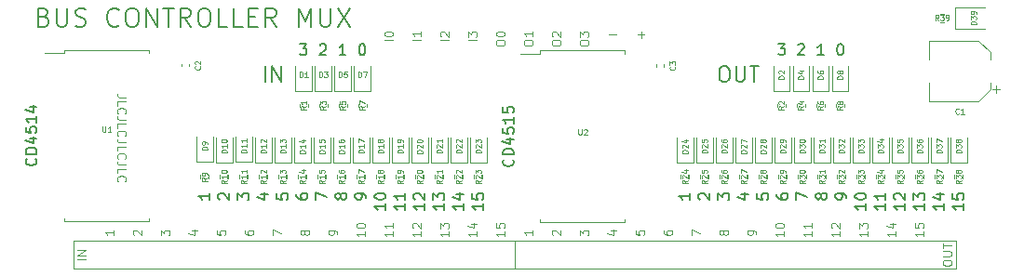
<source format=gbr>
%TF.GenerationSoftware,KiCad,Pcbnew,(5.1.10-1-10_14)*%
%TF.CreationDate,2021-09-30T16:16:12-04:00*%
%TF.ProjectId,bus-controller,6275732d-636f-46e7-9472-6f6c6c65722e,rev?*%
%TF.SameCoordinates,Original*%
%TF.FileFunction,Legend,Top*%
%TF.FilePolarity,Positive*%
%FSLAX46Y46*%
G04 Gerber Fmt 4.6, Leading zero omitted, Abs format (unit mm)*
G04 Created by KiCad (PCBNEW (5.1.10-1-10_14)) date 2021-09-30 16:16:12*
%MOMM*%
%LPD*%
G01*
G04 APERTURE LIST*
%ADD10C,0.100000*%
%ADD11C,0.120000*%
%ADD12C,0.150000*%
%ADD13C,0.080000*%
G04 APERTURE END LIST*
D10*
X113468095Y-118224761D02*
X112896666Y-118224761D01*
X112782380Y-118186666D01*
X112706190Y-118110476D01*
X112668095Y-117996190D01*
X112668095Y-117920000D01*
X112668095Y-118986666D02*
X112668095Y-118605714D01*
X113468095Y-118605714D01*
X112744285Y-119710476D02*
X112706190Y-119672380D01*
X112668095Y-119558095D01*
X112668095Y-119481904D01*
X112706190Y-119367619D01*
X112782380Y-119291428D01*
X112858571Y-119253333D01*
X113010952Y-119215238D01*
X113125238Y-119215238D01*
X113277619Y-119253333D01*
X113353809Y-119291428D01*
X113430000Y-119367619D01*
X113468095Y-119481904D01*
X113468095Y-119558095D01*
X113430000Y-119672380D01*
X113391904Y-119710476D01*
X113468095Y-120281904D02*
X112896666Y-120281904D01*
X112782380Y-120243809D01*
X112706190Y-120167619D01*
X112668095Y-120053333D01*
X112668095Y-119977142D01*
X112668095Y-121043809D02*
X112668095Y-120662857D01*
X113468095Y-120662857D01*
X112744285Y-121767619D02*
X112706190Y-121729523D01*
X112668095Y-121615238D01*
X112668095Y-121539047D01*
X112706190Y-121424761D01*
X112782380Y-121348571D01*
X112858571Y-121310476D01*
X113010952Y-121272380D01*
X113125238Y-121272380D01*
X113277619Y-121310476D01*
X113353809Y-121348571D01*
X113430000Y-121424761D01*
X113468095Y-121539047D01*
X113468095Y-121615238D01*
X113430000Y-121729523D01*
X113391904Y-121767619D01*
X113468095Y-122339047D02*
X112896666Y-122339047D01*
X112782380Y-122300952D01*
X112706190Y-122224761D01*
X112668095Y-122110476D01*
X112668095Y-122034285D01*
X112668095Y-123100952D02*
X112668095Y-122720000D01*
X113468095Y-122720000D01*
X112744285Y-123824761D02*
X112706190Y-123786666D01*
X112668095Y-123672380D01*
X112668095Y-123596190D01*
X112706190Y-123481904D01*
X112782380Y-123405714D01*
X112858571Y-123367619D01*
X113010952Y-123329523D01*
X113125238Y-123329523D01*
X113277619Y-123367619D01*
X113353809Y-123405714D01*
X113430000Y-123481904D01*
X113468095Y-123596190D01*
X113468095Y-123672380D01*
X113430000Y-123786666D01*
X113391904Y-123824761D01*
X113468095Y-124396190D02*
X112896666Y-124396190D01*
X112782380Y-124358095D01*
X112706190Y-124281904D01*
X112668095Y-124167619D01*
X112668095Y-124091428D01*
X112668095Y-125158095D02*
X112668095Y-124777142D01*
X113468095Y-124777142D01*
X112744285Y-125881904D02*
X112706190Y-125843809D01*
X112668095Y-125729523D01*
X112668095Y-125653333D01*
X112706190Y-125539047D01*
X112782380Y-125462857D01*
X112858571Y-125424761D01*
X113010952Y-125386666D01*
X113125238Y-125386666D01*
X113277619Y-125424761D01*
X113353809Y-125462857D01*
X113430000Y-125539047D01*
X113468095Y-125653333D01*
X113468095Y-125729523D01*
X113430000Y-125843809D01*
X113391904Y-125881904D01*
X140315904Y-113031380D02*
X139515904Y-113031380D01*
X140315904Y-112231380D02*
X140315904Y-112688523D01*
X140315904Y-112459952D02*
X139515904Y-112459952D01*
X139630190Y-112536142D01*
X139706380Y-112612333D01*
X139744476Y-112688523D01*
X145395904Y-113031380D02*
X144595904Y-113031380D01*
X144595904Y-112726619D02*
X144595904Y-112231380D01*
X144900666Y-112498047D01*
X144900666Y-112383761D01*
X144938761Y-112307571D01*
X144976857Y-112269476D01*
X145053047Y-112231380D01*
X145243523Y-112231380D01*
X145319714Y-112269476D01*
X145357809Y-112307571D01*
X145395904Y-112383761D01*
X145395904Y-112612333D01*
X145357809Y-112688523D01*
X145319714Y-112726619D01*
X142855904Y-113031380D02*
X142055904Y-113031380D01*
X142132095Y-112688523D02*
X142094000Y-112650428D01*
X142055904Y-112574238D01*
X142055904Y-112383761D01*
X142094000Y-112307571D01*
X142132095Y-112269476D01*
X142208285Y-112231380D01*
X142284476Y-112231380D01*
X142398761Y-112269476D01*
X142855904Y-112726619D01*
X142855904Y-112231380D01*
X137775904Y-113031380D02*
X136975904Y-113031380D01*
X136975904Y-112498047D02*
X136975904Y-112421857D01*
X137014000Y-112345666D01*
X137052095Y-112307571D01*
X137128285Y-112269476D01*
X137280666Y-112231380D01*
X137471142Y-112231380D01*
X137623523Y-112269476D01*
X137699714Y-112307571D01*
X137737809Y-112345666D01*
X137775904Y-112421857D01*
X137775904Y-112498047D01*
X137737809Y-112574238D01*
X137699714Y-112612333D01*
X137623523Y-112650428D01*
X137471142Y-112688523D01*
X137280666Y-112688523D01*
X137128285Y-112650428D01*
X137052095Y-112612333D01*
X137014000Y-112574238D01*
X136975904Y-112498047D01*
X147135904Y-113336142D02*
X147135904Y-113183761D01*
X147174000Y-113107571D01*
X147250190Y-113031380D01*
X147402571Y-112993285D01*
X147669238Y-112993285D01*
X147821619Y-113031380D01*
X147897809Y-113107571D01*
X147935904Y-113183761D01*
X147935904Y-113336142D01*
X147897809Y-113412333D01*
X147821619Y-113488523D01*
X147669238Y-113526619D01*
X147402571Y-113526619D01*
X147250190Y-113488523D01*
X147174000Y-113412333D01*
X147135904Y-113336142D01*
X147135904Y-112498047D02*
X147135904Y-112421857D01*
X147174000Y-112345666D01*
X147212095Y-112307571D01*
X147288285Y-112269476D01*
X147440666Y-112231380D01*
X147631142Y-112231380D01*
X147783523Y-112269476D01*
X147859714Y-112307571D01*
X147897809Y-112345666D01*
X147935904Y-112421857D01*
X147935904Y-112498047D01*
X147897809Y-112574238D01*
X147859714Y-112612333D01*
X147783523Y-112650428D01*
X147631142Y-112688523D01*
X147440666Y-112688523D01*
X147288285Y-112650428D01*
X147212095Y-112612333D01*
X147174000Y-112574238D01*
X147135904Y-112498047D01*
X149675904Y-113336142D02*
X149675904Y-113183761D01*
X149714000Y-113107571D01*
X149790190Y-113031380D01*
X149942571Y-112993285D01*
X150209238Y-112993285D01*
X150361619Y-113031380D01*
X150437809Y-113107571D01*
X150475904Y-113183761D01*
X150475904Y-113336142D01*
X150437809Y-113412333D01*
X150361619Y-113488523D01*
X150209238Y-113526619D01*
X149942571Y-113526619D01*
X149790190Y-113488523D01*
X149714000Y-113412333D01*
X149675904Y-113336142D01*
X150475904Y-112231380D02*
X150475904Y-112688523D01*
X150475904Y-112459952D02*
X149675904Y-112459952D01*
X149790190Y-112536142D01*
X149866380Y-112612333D01*
X149904476Y-112688523D01*
X152215904Y-113336142D02*
X152215904Y-113183761D01*
X152254000Y-113107571D01*
X152330190Y-113031380D01*
X152482571Y-112993285D01*
X152749238Y-112993285D01*
X152901619Y-113031380D01*
X152977809Y-113107571D01*
X153015904Y-113183761D01*
X153015904Y-113336142D01*
X152977809Y-113412333D01*
X152901619Y-113488523D01*
X152749238Y-113526619D01*
X152482571Y-113526619D01*
X152330190Y-113488523D01*
X152254000Y-113412333D01*
X152215904Y-113336142D01*
X152292095Y-112688523D02*
X152254000Y-112650428D01*
X152215904Y-112574238D01*
X152215904Y-112383761D01*
X152254000Y-112307571D01*
X152292095Y-112269476D01*
X152368285Y-112231380D01*
X152444476Y-112231380D01*
X152558761Y-112269476D01*
X153015904Y-112726619D01*
X153015904Y-112231380D01*
X154755904Y-113336142D02*
X154755904Y-113183761D01*
X154794000Y-113107571D01*
X154870190Y-113031380D01*
X155022571Y-112993285D01*
X155289238Y-112993285D01*
X155441619Y-113031380D01*
X155517809Y-113107571D01*
X155555904Y-113183761D01*
X155555904Y-113336142D01*
X155517809Y-113412333D01*
X155441619Y-113488523D01*
X155289238Y-113526619D01*
X155022571Y-113526619D01*
X154870190Y-113488523D01*
X154794000Y-113412333D01*
X154755904Y-113336142D01*
X154755904Y-112726619D02*
X154755904Y-112231380D01*
X155060666Y-112498047D01*
X155060666Y-112383761D01*
X155098761Y-112307571D01*
X155136857Y-112269476D01*
X155213047Y-112231380D01*
X155403523Y-112231380D01*
X155479714Y-112269476D01*
X155517809Y-112307571D01*
X155555904Y-112383761D01*
X155555904Y-112612333D01*
X155517809Y-112688523D01*
X155479714Y-112726619D01*
X158038761Y-112464857D02*
X157429238Y-112464857D01*
X160331142Y-112826761D02*
X160331142Y-112217238D01*
X160635904Y-112522000D02*
X160026380Y-112522000D01*
D11*
X188976000Y-133858000D02*
X187198000Y-133858000D01*
X188976000Y-131318000D02*
X188976000Y-133858000D01*
X187198000Y-131318000D02*
X188976000Y-131318000D01*
X187198000Y-133858000D02*
X148844000Y-133858000D01*
X148844000Y-131318000D02*
X187198000Y-131318000D01*
X148844000Y-131318000D02*
X148844000Y-131572000D01*
X141732000Y-131318000D02*
X148844000Y-131318000D01*
X108712000Y-131318000D02*
X141732000Y-131318000D01*
X108712000Y-133858000D02*
X108712000Y-131318000D01*
X148844000Y-133858000D02*
X108712000Y-133858000D01*
X148844000Y-131572000D02*
X148844000Y-133858000D01*
D10*
X109835904Y-133007047D02*
X109035904Y-133007047D01*
X109835904Y-132626095D02*
X109035904Y-132626095D01*
X109835904Y-132168952D01*
X109035904Y-132168952D01*
X187775904Y-133388000D02*
X187775904Y-133235619D01*
X187814000Y-133159428D01*
X187890190Y-133083238D01*
X188042571Y-133045142D01*
X188309238Y-133045142D01*
X188461619Y-133083238D01*
X188537809Y-133159428D01*
X188575904Y-133235619D01*
X188575904Y-133388000D01*
X188537809Y-133464190D01*
X188461619Y-133540380D01*
X188309238Y-133578476D01*
X188042571Y-133578476D01*
X187890190Y-133540380D01*
X187814000Y-133464190D01*
X187775904Y-133388000D01*
X187775904Y-132702285D02*
X188423523Y-132702285D01*
X188499714Y-132664190D01*
X188537809Y-132626095D01*
X188575904Y-132549904D01*
X188575904Y-132397523D01*
X188537809Y-132321333D01*
X188499714Y-132283238D01*
X188423523Y-132245142D01*
X187775904Y-132245142D01*
X187775904Y-131978476D02*
X187775904Y-131521333D01*
X188575904Y-131749904D02*
X187775904Y-131749904D01*
X152292095Y-130784571D02*
X152254000Y-130746476D01*
X152215904Y-130670285D01*
X152215904Y-130479809D01*
X152254000Y-130403619D01*
X152292095Y-130365523D01*
X152368285Y-130327428D01*
X152444476Y-130327428D01*
X152558761Y-130365523D01*
X153015904Y-130822666D01*
X153015904Y-130327428D01*
X154755904Y-130822666D02*
X154755904Y-130327428D01*
X155060666Y-130594095D01*
X155060666Y-130479809D01*
X155098761Y-130403619D01*
X155136857Y-130365523D01*
X155213047Y-130327428D01*
X155403523Y-130327428D01*
X155479714Y-130365523D01*
X155517809Y-130403619D01*
X155555904Y-130479809D01*
X155555904Y-130708380D01*
X155517809Y-130784571D01*
X155479714Y-130822666D01*
X157562571Y-130403619D02*
X158095904Y-130403619D01*
X157257809Y-130594095D02*
X157829238Y-130784571D01*
X157829238Y-130289333D01*
X159835904Y-130365523D02*
X159835904Y-130746476D01*
X160216857Y-130784571D01*
X160178761Y-130746476D01*
X160140666Y-130670285D01*
X160140666Y-130479809D01*
X160178761Y-130403619D01*
X160216857Y-130365523D01*
X160293047Y-130327428D01*
X160483523Y-130327428D01*
X160559714Y-130365523D01*
X160597809Y-130403619D01*
X160635904Y-130479809D01*
X160635904Y-130670285D01*
X160597809Y-130746476D01*
X160559714Y-130784571D01*
X162375904Y-130403619D02*
X162375904Y-130556000D01*
X162414000Y-130632190D01*
X162452095Y-130670285D01*
X162566380Y-130746476D01*
X162718761Y-130784571D01*
X163023523Y-130784571D01*
X163099714Y-130746476D01*
X163137809Y-130708380D01*
X163175904Y-130632190D01*
X163175904Y-130479809D01*
X163137809Y-130403619D01*
X163099714Y-130365523D01*
X163023523Y-130327428D01*
X162833047Y-130327428D01*
X162756857Y-130365523D01*
X162718761Y-130403619D01*
X162680666Y-130479809D01*
X162680666Y-130632190D01*
X162718761Y-130708380D01*
X162756857Y-130746476D01*
X162833047Y-130784571D01*
X164915904Y-130822666D02*
X164915904Y-130289333D01*
X165715904Y-130632190D01*
X167798761Y-130632190D02*
X167760666Y-130708380D01*
X167722571Y-130746476D01*
X167646380Y-130784571D01*
X167608285Y-130784571D01*
X167532095Y-130746476D01*
X167494000Y-130708380D01*
X167455904Y-130632190D01*
X167455904Y-130479809D01*
X167494000Y-130403619D01*
X167532095Y-130365523D01*
X167608285Y-130327428D01*
X167646380Y-130327428D01*
X167722571Y-130365523D01*
X167760666Y-130403619D01*
X167798761Y-130479809D01*
X167798761Y-130632190D01*
X167836857Y-130708380D01*
X167874952Y-130746476D01*
X167951142Y-130784571D01*
X168103523Y-130784571D01*
X168179714Y-130746476D01*
X168217809Y-130708380D01*
X168255904Y-130632190D01*
X168255904Y-130479809D01*
X168217809Y-130403619D01*
X168179714Y-130365523D01*
X168103523Y-130327428D01*
X167951142Y-130327428D01*
X167874952Y-130365523D01*
X167836857Y-130403619D01*
X167798761Y-130479809D01*
X170795904Y-130708380D02*
X170795904Y-130556000D01*
X170757809Y-130479809D01*
X170719714Y-130441714D01*
X170605428Y-130365523D01*
X170453047Y-130327428D01*
X170148285Y-130327428D01*
X170072095Y-130365523D01*
X170034000Y-130403619D01*
X169995904Y-130479809D01*
X169995904Y-130632190D01*
X170034000Y-130708380D01*
X170072095Y-130746476D01*
X170148285Y-130784571D01*
X170338761Y-130784571D01*
X170414952Y-130746476D01*
X170453047Y-130708380D01*
X170491142Y-130632190D01*
X170491142Y-130479809D01*
X170453047Y-130403619D01*
X170414952Y-130365523D01*
X170338761Y-130327428D01*
X173335904Y-130454380D02*
X173335904Y-130911523D01*
X173335904Y-130682952D02*
X172535904Y-130682952D01*
X172650190Y-130759142D01*
X172726380Y-130835333D01*
X172764476Y-130911523D01*
X172535904Y-129959142D02*
X172535904Y-129882952D01*
X172574000Y-129806761D01*
X172612095Y-129768666D01*
X172688285Y-129730571D01*
X172840666Y-129692476D01*
X173031142Y-129692476D01*
X173183523Y-129730571D01*
X173259714Y-129768666D01*
X173297809Y-129806761D01*
X173335904Y-129882952D01*
X173335904Y-129959142D01*
X173297809Y-130035333D01*
X173259714Y-130073428D01*
X173183523Y-130111523D01*
X173031142Y-130149619D01*
X172840666Y-130149619D01*
X172688285Y-130111523D01*
X172612095Y-130073428D01*
X172574000Y-130035333D01*
X172535904Y-129959142D01*
X175875904Y-130454380D02*
X175875904Y-130911523D01*
X175875904Y-130682952D02*
X175075904Y-130682952D01*
X175190190Y-130759142D01*
X175266380Y-130835333D01*
X175304476Y-130911523D01*
X175875904Y-129692476D02*
X175875904Y-130149619D01*
X175875904Y-129921047D02*
X175075904Y-129921047D01*
X175190190Y-129997238D01*
X175266380Y-130073428D01*
X175304476Y-130149619D01*
X178415904Y-130454380D02*
X178415904Y-130911523D01*
X178415904Y-130682952D02*
X177615904Y-130682952D01*
X177730190Y-130759142D01*
X177806380Y-130835333D01*
X177844476Y-130911523D01*
X177692095Y-130149619D02*
X177654000Y-130111523D01*
X177615904Y-130035333D01*
X177615904Y-129844857D01*
X177654000Y-129768666D01*
X177692095Y-129730571D01*
X177768285Y-129692476D01*
X177844476Y-129692476D01*
X177958761Y-129730571D01*
X178415904Y-130187714D01*
X178415904Y-129692476D01*
X183495904Y-130454380D02*
X183495904Y-130911523D01*
X183495904Y-130682952D02*
X182695904Y-130682952D01*
X182810190Y-130759142D01*
X182886380Y-130835333D01*
X182924476Y-130911523D01*
X182962571Y-129768666D02*
X183495904Y-129768666D01*
X182657809Y-129959142D02*
X183229238Y-130149619D01*
X183229238Y-129654380D01*
X180955904Y-130454380D02*
X180955904Y-130911523D01*
X180955904Y-130682952D02*
X180155904Y-130682952D01*
X180270190Y-130759142D01*
X180346380Y-130835333D01*
X180384476Y-130911523D01*
X180155904Y-130187714D02*
X180155904Y-129692476D01*
X180460666Y-129959142D01*
X180460666Y-129844857D01*
X180498761Y-129768666D01*
X180536857Y-129730571D01*
X180613047Y-129692476D01*
X180803523Y-129692476D01*
X180879714Y-129730571D01*
X180917809Y-129768666D01*
X180955904Y-129844857D01*
X180955904Y-130073428D01*
X180917809Y-130149619D01*
X180879714Y-130187714D01*
X186035904Y-130454380D02*
X186035904Y-130911523D01*
X186035904Y-130682952D02*
X185235904Y-130682952D01*
X185350190Y-130759142D01*
X185426380Y-130835333D01*
X185464476Y-130911523D01*
X185235904Y-129730571D02*
X185235904Y-130111523D01*
X185616857Y-130149619D01*
X185578761Y-130111523D01*
X185540666Y-130035333D01*
X185540666Y-129844857D01*
X185578761Y-129768666D01*
X185616857Y-129730571D01*
X185693047Y-129692476D01*
X185883523Y-129692476D01*
X185959714Y-129730571D01*
X185997809Y-129768666D01*
X186035904Y-129844857D01*
X186035904Y-130035333D01*
X185997809Y-130111523D01*
X185959714Y-130149619D01*
X150475904Y-130327428D02*
X150475904Y-130784571D01*
X150475904Y-130556000D02*
X149675904Y-130556000D01*
X149790190Y-130632190D01*
X149866380Y-130708380D01*
X149904476Y-130784571D01*
X147935904Y-130454380D02*
X147935904Y-130911523D01*
X147935904Y-130682952D02*
X147135904Y-130682952D01*
X147250190Y-130759142D01*
X147326380Y-130835333D01*
X147364476Y-130911523D01*
X147135904Y-129730571D02*
X147135904Y-130111523D01*
X147516857Y-130149619D01*
X147478761Y-130111523D01*
X147440666Y-130035333D01*
X147440666Y-129844857D01*
X147478761Y-129768666D01*
X147516857Y-129730571D01*
X147593047Y-129692476D01*
X147783523Y-129692476D01*
X147859714Y-129730571D01*
X147897809Y-129768666D01*
X147935904Y-129844857D01*
X147935904Y-130035333D01*
X147897809Y-130111523D01*
X147859714Y-130149619D01*
X145395904Y-130454380D02*
X145395904Y-130911523D01*
X145395904Y-130682952D02*
X144595904Y-130682952D01*
X144710190Y-130759142D01*
X144786380Y-130835333D01*
X144824476Y-130911523D01*
X144862571Y-129768666D02*
X145395904Y-129768666D01*
X144557809Y-129959142D02*
X145129238Y-130149619D01*
X145129238Y-129654380D01*
X142855904Y-130454380D02*
X142855904Y-130911523D01*
X142855904Y-130682952D02*
X142055904Y-130682952D01*
X142170190Y-130759142D01*
X142246380Y-130835333D01*
X142284476Y-130911523D01*
X142055904Y-130187714D02*
X142055904Y-129692476D01*
X142360666Y-129959142D01*
X142360666Y-129844857D01*
X142398761Y-129768666D01*
X142436857Y-129730571D01*
X142513047Y-129692476D01*
X142703523Y-129692476D01*
X142779714Y-129730571D01*
X142817809Y-129768666D01*
X142855904Y-129844857D01*
X142855904Y-130073428D01*
X142817809Y-130149619D01*
X142779714Y-130187714D01*
X140315904Y-130454380D02*
X140315904Y-130911523D01*
X140315904Y-130682952D02*
X139515904Y-130682952D01*
X139630190Y-130759142D01*
X139706380Y-130835333D01*
X139744476Y-130911523D01*
X139592095Y-130149619D02*
X139554000Y-130111523D01*
X139515904Y-130035333D01*
X139515904Y-129844857D01*
X139554000Y-129768666D01*
X139592095Y-129730571D01*
X139668285Y-129692476D01*
X139744476Y-129692476D01*
X139858761Y-129730571D01*
X140315904Y-130187714D01*
X140315904Y-129692476D01*
X137775904Y-130454380D02*
X137775904Y-130911523D01*
X137775904Y-130682952D02*
X136975904Y-130682952D01*
X137090190Y-130759142D01*
X137166380Y-130835333D01*
X137204476Y-130911523D01*
X137775904Y-129692476D02*
X137775904Y-130149619D01*
X137775904Y-129921047D02*
X136975904Y-129921047D01*
X137090190Y-129997238D01*
X137166380Y-130073428D01*
X137204476Y-130149619D01*
X135235904Y-130454380D02*
X135235904Y-130911523D01*
X135235904Y-130682952D02*
X134435904Y-130682952D01*
X134550190Y-130759142D01*
X134626380Y-130835333D01*
X134664476Y-130911523D01*
X134435904Y-129959142D02*
X134435904Y-129882952D01*
X134474000Y-129806761D01*
X134512095Y-129768666D01*
X134588285Y-129730571D01*
X134740666Y-129692476D01*
X134931142Y-129692476D01*
X135083523Y-129730571D01*
X135159714Y-129768666D01*
X135197809Y-129806761D01*
X135235904Y-129882952D01*
X135235904Y-129959142D01*
X135197809Y-130035333D01*
X135159714Y-130073428D01*
X135083523Y-130111523D01*
X134931142Y-130149619D01*
X134740666Y-130149619D01*
X134588285Y-130111523D01*
X134512095Y-130073428D01*
X134474000Y-130035333D01*
X134435904Y-129959142D01*
X132695904Y-130708380D02*
X132695904Y-130556000D01*
X132657809Y-130479809D01*
X132619714Y-130441714D01*
X132505428Y-130365523D01*
X132353047Y-130327428D01*
X132048285Y-130327428D01*
X131972095Y-130365523D01*
X131934000Y-130403619D01*
X131895904Y-130479809D01*
X131895904Y-130632190D01*
X131934000Y-130708380D01*
X131972095Y-130746476D01*
X132048285Y-130784571D01*
X132238761Y-130784571D01*
X132314952Y-130746476D01*
X132353047Y-130708380D01*
X132391142Y-130632190D01*
X132391142Y-130479809D01*
X132353047Y-130403619D01*
X132314952Y-130365523D01*
X132238761Y-130327428D01*
X129698761Y-130632190D02*
X129660666Y-130708380D01*
X129622571Y-130746476D01*
X129546380Y-130784571D01*
X129508285Y-130784571D01*
X129432095Y-130746476D01*
X129394000Y-130708380D01*
X129355904Y-130632190D01*
X129355904Y-130479809D01*
X129394000Y-130403619D01*
X129432095Y-130365523D01*
X129508285Y-130327428D01*
X129546380Y-130327428D01*
X129622571Y-130365523D01*
X129660666Y-130403619D01*
X129698761Y-130479809D01*
X129698761Y-130632190D01*
X129736857Y-130708380D01*
X129774952Y-130746476D01*
X129851142Y-130784571D01*
X130003523Y-130784571D01*
X130079714Y-130746476D01*
X130117809Y-130708380D01*
X130155904Y-130632190D01*
X130155904Y-130479809D01*
X130117809Y-130403619D01*
X130079714Y-130365523D01*
X130003523Y-130327428D01*
X129851142Y-130327428D01*
X129774952Y-130365523D01*
X129736857Y-130403619D01*
X129698761Y-130479809D01*
X126815904Y-130822666D02*
X126815904Y-130289333D01*
X127615904Y-130632190D01*
X124275904Y-130403619D02*
X124275904Y-130556000D01*
X124314000Y-130632190D01*
X124352095Y-130670285D01*
X124466380Y-130746476D01*
X124618761Y-130784571D01*
X124923523Y-130784571D01*
X124999714Y-130746476D01*
X125037809Y-130708380D01*
X125075904Y-130632190D01*
X125075904Y-130479809D01*
X125037809Y-130403619D01*
X124999714Y-130365523D01*
X124923523Y-130327428D01*
X124733047Y-130327428D01*
X124656857Y-130365523D01*
X124618761Y-130403619D01*
X124580666Y-130479809D01*
X124580666Y-130632190D01*
X124618761Y-130708380D01*
X124656857Y-130746476D01*
X124733047Y-130784571D01*
X121735904Y-130365523D02*
X121735904Y-130746476D01*
X122116857Y-130784571D01*
X122078761Y-130746476D01*
X122040666Y-130670285D01*
X122040666Y-130479809D01*
X122078761Y-130403619D01*
X122116857Y-130365523D01*
X122193047Y-130327428D01*
X122383523Y-130327428D01*
X122459714Y-130365523D01*
X122497809Y-130403619D01*
X122535904Y-130479809D01*
X122535904Y-130670285D01*
X122497809Y-130746476D01*
X122459714Y-130784571D01*
X119462571Y-130403619D02*
X119995904Y-130403619D01*
X119157809Y-130594095D02*
X119729238Y-130784571D01*
X119729238Y-130289333D01*
X116655904Y-130822666D02*
X116655904Y-130327428D01*
X116960666Y-130594095D01*
X116960666Y-130479809D01*
X116998761Y-130403619D01*
X117036857Y-130365523D01*
X117113047Y-130327428D01*
X117303523Y-130327428D01*
X117379714Y-130365523D01*
X117417809Y-130403619D01*
X117455904Y-130479809D01*
X117455904Y-130708380D01*
X117417809Y-130784571D01*
X117379714Y-130822666D01*
X114192095Y-130784571D02*
X114154000Y-130746476D01*
X114115904Y-130670285D01*
X114115904Y-130479809D01*
X114154000Y-130403619D01*
X114192095Y-130365523D01*
X114268285Y-130327428D01*
X114344476Y-130327428D01*
X114458761Y-130365523D01*
X114915904Y-130822666D01*
X114915904Y-130327428D01*
X112375904Y-130327428D02*
X112375904Y-130784571D01*
X112375904Y-130556000D02*
X111575904Y-130556000D01*
X111690190Y-130632190D01*
X111766380Y-130708380D01*
X111804476Y-130784571D01*
D12*
X180792380Y-127918476D02*
X180792380Y-128489904D01*
X180792380Y-128204190D02*
X179792380Y-128204190D01*
X179935238Y-128299428D01*
X180030476Y-128394666D01*
X180078095Y-128489904D01*
X179792380Y-127299428D02*
X179792380Y-127204190D01*
X179840000Y-127108952D01*
X179887619Y-127061333D01*
X179982857Y-127013714D01*
X180173333Y-126966095D01*
X180411428Y-126966095D01*
X180601904Y-127013714D01*
X180697142Y-127061333D01*
X180744761Y-127108952D01*
X180792380Y-127204190D01*
X180792380Y-127299428D01*
X180744761Y-127394666D01*
X180697142Y-127442285D01*
X180601904Y-127489904D01*
X180411428Y-127537523D01*
X180173333Y-127537523D01*
X179982857Y-127489904D01*
X179887619Y-127442285D01*
X179840000Y-127394666D01*
X179792380Y-127299428D01*
X184348380Y-127918476D02*
X184348380Y-128489904D01*
X184348380Y-128204190D02*
X183348380Y-128204190D01*
X183491238Y-128299428D01*
X183586476Y-128394666D01*
X183634095Y-128489904D01*
X183443619Y-127537523D02*
X183396000Y-127489904D01*
X183348380Y-127394666D01*
X183348380Y-127156571D01*
X183396000Y-127061333D01*
X183443619Y-127013714D01*
X183538857Y-126966095D01*
X183634095Y-126966095D01*
X183776952Y-127013714D01*
X184348380Y-127585142D01*
X184348380Y-126966095D01*
X182570380Y-127918476D02*
X182570380Y-128489904D01*
X182570380Y-128204190D02*
X181570380Y-128204190D01*
X181713238Y-128299428D01*
X181808476Y-128394666D01*
X181856095Y-128489904D01*
X182570380Y-126966095D02*
X182570380Y-127537523D01*
X182570380Y-127251809D02*
X181570380Y-127251809D01*
X181713238Y-127347047D01*
X181808476Y-127442285D01*
X181856095Y-127537523D01*
X174458380Y-127587333D02*
X174458380Y-126920666D01*
X175458380Y-127349238D01*
X179014380Y-127444476D02*
X179014380Y-127254000D01*
X178966761Y-127158761D01*
X178919142Y-127111142D01*
X178776285Y-127015904D01*
X178585809Y-126968285D01*
X178204857Y-126968285D01*
X178109619Y-127015904D01*
X178062000Y-127063523D01*
X178014380Y-127158761D01*
X178014380Y-127349238D01*
X178062000Y-127444476D01*
X178109619Y-127492095D01*
X178204857Y-127539714D01*
X178442952Y-127539714D01*
X178538190Y-127492095D01*
X178585809Y-127444476D01*
X178633428Y-127349238D01*
X178633428Y-127158761D01*
X178585809Y-127063523D01*
X178538190Y-127015904D01*
X178442952Y-126968285D01*
X176664952Y-127349238D02*
X176617333Y-127444476D01*
X176569714Y-127492095D01*
X176474476Y-127539714D01*
X176426857Y-127539714D01*
X176331619Y-127492095D01*
X176284000Y-127444476D01*
X176236380Y-127349238D01*
X176236380Y-127158761D01*
X176284000Y-127063523D01*
X176331619Y-127015904D01*
X176426857Y-126968285D01*
X176474476Y-126968285D01*
X176569714Y-127015904D01*
X176617333Y-127063523D01*
X176664952Y-127158761D01*
X176664952Y-127349238D01*
X176712571Y-127444476D01*
X176760190Y-127492095D01*
X176855428Y-127539714D01*
X177045904Y-127539714D01*
X177141142Y-127492095D01*
X177188761Y-127444476D01*
X177236380Y-127349238D01*
X177236380Y-127158761D01*
X177188761Y-127063523D01*
X177141142Y-127015904D01*
X177045904Y-126968285D01*
X176855428Y-126968285D01*
X176760190Y-127015904D01*
X176712571Y-127063523D01*
X176664952Y-127158761D01*
X165663619Y-127539714D02*
X165616000Y-127492095D01*
X165568380Y-127396857D01*
X165568380Y-127158761D01*
X165616000Y-127063523D01*
X165663619Y-127015904D01*
X165758857Y-126968285D01*
X165854095Y-126968285D01*
X165996952Y-127015904D01*
X166568380Y-127587333D01*
X166568380Y-126968285D01*
X167346380Y-127587333D02*
X167346380Y-126968285D01*
X167727333Y-127301619D01*
X167727333Y-127158761D01*
X167774952Y-127063523D01*
X167822571Y-127015904D01*
X167917809Y-126968285D01*
X168155904Y-126968285D01*
X168251142Y-127015904D01*
X168298761Y-127063523D01*
X168346380Y-127158761D01*
X168346380Y-127444476D01*
X168298761Y-127539714D01*
X168251142Y-127587333D01*
X164790380Y-126968285D02*
X164790380Y-127539714D01*
X164790380Y-127254000D02*
X163790380Y-127254000D01*
X163933238Y-127349238D01*
X164028476Y-127444476D01*
X164076095Y-127539714D01*
X187904380Y-127918476D02*
X187904380Y-128489904D01*
X187904380Y-128204190D02*
X186904380Y-128204190D01*
X187047238Y-128299428D01*
X187142476Y-128394666D01*
X187190095Y-128489904D01*
X187237714Y-127061333D02*
X187904380Y-127061333D01*
X186856761Y-127299428D02*
X187571047Y-127537523D01*
X187571047Y-126918476D01*
X186126380Y-127918476D02*
X186126380Y-128489904D01*
X186126380Y-128204190D02*
X185126380Y-128204190D01*
X185269238Y-128299428D01*
X185364476Y-128394666D01*
X185412095Y-128489904D01*
X185126380Y-127585142D02*
X185126380Y-126966095D01*
X185507333Y-127299428D01*
X185507333Y-127156571D01*
X185554952Y-127061333D01*
X185602571Y-127013714D01*
X185697809Y-126966095D01*
X185935904Y-126966095D01*
X186031142Y-127013714D01*
X186078761Y-127061333D01*
X186126380Y-127156571D01*
X186126380Y-127442285D01*
X186078761Y-127537523D01*
X186031142Y-127585142D01*
X189682380Y-127918476D02*
X189682380Y-128489904D01*
X189682380Y-128204190D02*
X188682380Y-128204190D01*
X188825238Y-128299428D01*
X188920476Y-128394666D01*
X188968095Y-128489904D01*
X188682380Y-127013714D02*
X188682380Y-127489904D01*
X189158571Y-127537523D01*
X189110952Y-127489904D01*
X189063333Y-127394666D01*
X189063333Y-127156571D01*
X189110952Y-127061333D01*
X189158571Y-127013714D01*
X189253809Y-126966095D01*
X189491904Y-126966095D01*
X189587142Y-127013714D01*
X189634761Y-127061333D01*
X189682380Y-127156571D01*
X189682380Y-127394666D01*
X189634761Y-127489904D01*
X189587142Y-127537523D01*
X170902380Y-127015904D02*
X170902380Y-127492095D01*
X171378571Y-127539714D01*
X171330952Y-127492095D01*
X171283333Y-127396857D01*
X171283333Y-127158761D01*
X171330952Y-127063523D01*
X171378571Y-127015904D01*
X171473809Y-126968285D01*
X171711904Y-126968285D01*
X171807142Y-127015904D01*
X171854761Y-127063523D01*
X171902380Y-127158761D01*
X171902380Y-127396857D01*
X171854761Y-127492095D01*
X171807142Y-127539714D01*
X172680380Y-127063523D02*
X172680380Y-127254000D01*
X172728000Y-127349238D01*
X172775619Y-127396857D01*
X172918476Y-127492095D01*
X173108952Y-127539714D01*
X173489904Y-127539714D01*
X173585142Y-127492095D01*
X173632761Y-127444476D01*
X173680380Y-127349238D01*
X173680380Y-127158761D01*
X173632761Y-127063523D01*
X173585142Y-127015904D01*
X173489904Y-126968285D01*
X173251809Y-126968285D01*
X173156571Y-127015904D01*
X173108952Y-127063523D01*
X173061333Y-127158761D01*
X173061333Y-127349238D01*
X173108952Y-127444476D01*
X173156571Y-127492095D01*
X173251809Y-127539714D01*
X169457714Y-127063523D02*
X170124380Y-127063523D01*
X169076761Y-127301619D02*
X169791047Y-127539714D01*
X169791047Y-126920666D01*
X142438380Y-127918476D02*
X142438380Y-128489904D01*
X142438380Y-128204190D02*
X141438380Y-128204190D01*
X141581238Y-128299428D01*
X141676476Y-128394666D01*
X141724095Y-128489904D01*
X141438380Y-127585142D02*
X141438380Y-126966095D01*
X141819333Y-127299428D01*
X141819333Y-127156571D01*
X141866952Y-127061333D01*
X141914571Y-127013714D01*
X142009809Y-126966095D01*
X142247904Y-126966095D01*
X142343142Y-127013714D01*
X142390761Y-127061333D01*
X142438380Y-127156571D01*
X142438380Y-127442285D01*
X142390761Y-127537523D01*
X142343142Y-127585142D01*
X145994380Y-127918476D02*
X145994380Y-128489904D01*
X145994380Y-128204190D02*
X144994380Y-128204190D01*
X145137238Y-128299428D01*
X145232476Y-128394666D01*
X145280095Y-128489904D01*
X144994380Y-127013714D02*
X144994380Y-127489904D01*
X145470571Y-127537523D01*
X145422952Y-127489904D01*
X145375333Y-127394666D01*
X145375333Y-127156571D01*
X145422952Y-127061333D01*
X145470571Y-127013714D01*
X145565809Y-126966095D01*
X145803904Y-126966095D01*
X145899142Y-127013714D01*
X145946761Y-127061333D01*
X145994380Y-127156571D01*
X145994380Y-127394666D01*
X145946761Y-127489904D01*
X145899142Y-127537523D01*
X144216380Y-127918476D02*
X144216380Y-128489904D01*
X144216380Y-128204190D02*
X143216380Y-128204190D01*
X143359238Y-128299428D01*
X143454476Y-128394666D01*
X143502095Y-128489904D01*
X143549714Y-127061333D02*
X144216380Y-127061333D01*
X143168761Y-127299428D02*
X143883047Y-127537523D01*
X143883047Y-126918476D01*
X132976952Y-127349238D02*
X132929333Y-127444476D01*
X132881714Y-127492095D01*
X132786476Y-127539714D01*
X132738857Y-127539714D01*
X132643619Y-127492095D01*
X132596000Y-127444476D01*
X132548380Y-127349238D01*
X132548380Y-127158761D01*
X132596000Y-127063523D01*
X132643619Y-127015904D01*
X132738857Y-126968285D01*
X132786476Y-126968285D01*
X132881714Y-127015904D01*
X132929333Y-127063523D01*
X132976952Y-127158761D01*
X132976952Y-127349238D01*
X133024571Y-127444476D01*
X133072190Y-127492095D01*
X133167428Y-127539714D01*
X133357904Y-127539714D01*
X133453142Y-127492095D01*
X133500761Y-127444476D01*
X133548380Y-127349238D01*
X133548380Y-127158761D01*
X133500761Y-127063523D01*
X133453142Y-127015904D01*
X133357904Y-126968285D01*
X133167428Y-126968285D01*
X133072190Y-127015904D01*
X133024571Y-127063523D01*
X132976952Y-127158761D01*
X135326380Y-127444476D02*
X135326380Y-127254000D01*
X135278761Y-127158761D01*
X135231142Y-127111142D01*
X135088285Y-127015904D01*
X134897809Y-126968285D01*
X134516857Y-126968285D01*
X134421619Y-127015904D01*
X134374000Y-127063523D01*
X134326380Y-127158761D01*
X134326380Y-127349238D01*
X134374000Y-127444476D01*
X134421619Y-127492095D01*
X134516857Y-127539714D01*
X134754952Y-127539714D01*
X134850190Y-127492095D01*
X134897809Y-127444476D01*
X134945428Y-127349238D01*
X134945428Y-127158761D01*
X134897809Y-127063523D01*
X134850190Y-127015904D01*
X134754952Y-126968285D01*
X130770380Y-127587333D02*
X130770380Y-126920666D01*
X131770380Y-127349238D01*
X138882380Y-127918476D02*
X138882380Y-128489904D01*
X138882380Y-128204190D02*
X137882380Y-128204190D01*
X138025238Y-128299428D01*
X138120476Y-128394666D01*
X138168095Y-128489904D01*
X138882380Y-126966095D02*
X138882380Y-127537523D01*
X138882380Y-127251809D02*
X137882380Y-127251809D01*
X138025238Y-127347047D01*
X138120476Y-127442285D01*
X138168095Y-127537523D01*
X140660380Y-127918476D02*
X140660380Y-128489904D01*
X140660380Y-128204190D02*
X139660380Y-128204190D01*
X139803238Y-128299428D01*
X139898476Y-128394666D01*
X139946095Y-128489904D01*
X139755619Y-127537523D02*
X139708000Y-127489904D01*
X139660380Y-127394666D01*
X139660380Y-127156571D01*
X139708000Y-127061333D01*
X139755619Y-127013714D01*
X139850857Y-126966095D01*
X139946095Y-126966095D01*
X140088952Y-127013714D01*
X140660380Y-127585142D01*
X140660380Y-126966095D01*
X137104380Y-127918476D02*
X137104380Y-128489904D01*
X137104380Y-128204190D02*
X136104380Y-128204190D01*
X136247238Y-128299428D01*
X136342476Y-128394666D01*
X136390095Y-128489904D01*
X136104380Y-127299428D02*
X136104380Y-127204190D01*
X136152000Y-127108952D01*
X136199619Y-127061333D01*
X136294857Y-127013714D01*
X136485333Y-126966095D01*
X136723428Y-126966095D01*
X136913904Y-127013714D01*
X137009142Y-127061333D01*
X137056761Y-127108952D01*
X137104380Y-127204190D01*
X137104380Y-127299428D01*
X137056761Y-127394666D01*
X137009142Y-127442285D01*
X136913904Y-127489904D01*
X136723428Y-127537523D01*
X136485333Y-127537523D01*
X136294857Y-127489904D01*
X136199619Y-127442285D01*
X136152000Y-127394666D01*
X136104380Y-127299428D01*
X128992380Y-127063523D02*
X128992380Y-127254000D01*
X129040000Y-127349238D01*
X129087619Y-127396857D01*
X129230476Y-127492095D01*
X129420952Y-127539714D01*
X129801904Y-127539714D01*
X129897142Y-127492095D01*
X129944761Y-127444476D01*
X129992380Y-127349238D01*
X129992380Y-127158761D01*
X129944761Y-127063523D01*
X129897142Y-127015904D01*
X129801904Y-126968285D01*
X129563809Y-126968285D01*
X129468571Y-127015904D01*
X129420952Y-127063523D01*
X129373333Y-127158761D01*
X129373333Y-127349238D01*
X129420952Y-127444476D01*
X129468571Y-127492095D01*
X129563809Y-127539714D01*
X127214380Y-127015904D02*
X127214380Y-127492095D01*
X127690571Y-127539714D01*
X127642952Y-127492095D01*
X127595333Y-127396857D01*
X127595333Y-127158761D01*
X127642952Y-127063523D01*
X127690571Y-127015904D01*
X127785809Y-126968285D01*
X128023904Y-126968285D01*
X128119142Y-127015904D01*
X128166761Y-127063523D01*
X128214380Y-127158761D01*
X128214380Y-127396857D01*
X128166761Y-127492095D01*
X128119142Y-127539714D01*
X125769714Y-127063523D02*
X126436380Y-127063523D01*
X125388761Y-127301619D02*
X126103047Y-127539714D01*
X126103047Y-126920666D01*
X123658380Y-127587333D02*
X123658380Y-126968285D01*
X124039333Y-127301619D01*
X124039333Y-127158761D01*
X124086952Y-127063523D01*
X124134571Y-127015904D01*
X124229809Y-126968285D01*
X124467904Y-126968285D01*
X124563142Y-127015904D01*
X124610761Y-127063523D01*
X124658380Y-127158761D01*
X124658380Y-127444476D01*
X124610761Y-127539714D01*
X124563142Y-127587333D01*
X121975619Y-127539714D02*
X121928000Y-127492095D01*
X121880380Y-127396857D01*
X121880380Y-127158761D01*
X121928000Y-127063523D01*
X121975619Y-127015904D01*
X122070857Y-126968285D01*
X122166095Y-126968285D01*
X122308952Y-127015904D01*
X122880380Y-127587333D01*
X122880380Y-126968285D01*
X121102380Y-126968285D02*
X121102380Y-127539714D01*
X121102380Y-127254000D02*
X120102380Y-127254000D01*
X120245238Y-127349238D01*
X120340476Y-127444476D01*
X120388095Y-127539714D01*
X174614285Y-113467619D02*
X174661904Y-113420000D01*
X174757142Y-113372380D01*
X174995238Y-113372380D01*
X175090476Y-113420000D01*
X175138095Y-113467619D01*
X175185714Y-113562857D01*
X175185714Y-113658095D01*
X175138095Y-113800952D01*
X174566666Y-114372380D01*
X175185714Y-114372380D01*
X176965714Y-114372380D02*
X176394285Y-114372380D01*
X176680000Y-114372380D02*
X176680000Y-113372380D01*
X176584761Y-113515238D01*
X176489523Y-113610476D01*
X176394285Y-113658095D01*
X178412380Y-113372380D02*
X178507619Y-113372380D01*
X178602857Y-113420000D01*
X178650476Y-113467619D01*
X178698095Y-113562857D01*
X178745714Y-113753333D01*
X178745714Y-113991428D01*
X178698095Y-114181904D01*
X178650476Y-114277142D01*
X178602857Y-114324761D01*
X178507619Y-114372380D01*
X178412380Y-114372380D01*
X178317142Y-114324761D01*
X178269523Y-114277142D01*
X178221904Y-114181904D01*
X178174285Y-113991428D01*
X178174285Y-113753333D01*
X178221904Y-113562857D01*
X178269523Y-113467619D01*
X178317142Y-113420000D01*
X178412380Y-113372380D01*
X172796666Y-113362380D02*
X173415714Y-113362380D01*
X173082380Y-113743333D01*
X173225238Y-113743333D01*
X173320476Y-113790952D01*
X173368095Y-113838571D01*
X173415714Y-113933809D01*
X173415714Y-114171904D01*
X173368095Y-114267142D01*
X173320476Y-114314761D01*
X173225238Y-114362380D01*
X172939523Y-114362380D01*
X172844285Y-114314761D01*
X172796666Y-114267142D01*
X129306666Y-113382380D02*
X129925714Y-113382380D01*
X129592380Y-113763333D01*
X129735238Y-113763333D01*
X129830476Y-113810952D01*
X129878095Y-113858571D01*
X129925714Y-113953809D01*
X129925714Y-114191904D01*
X129878095Y-114287142D01*
X129830476Y-114334761D01*
X129735238Y-114382380D01*
X129449523Y-114382380D01*
X129354285Y-114334761D01*
X129306666Y-114287142D01*
X131124285Y-113487619D02*
X131171904Y-113440000D01*
X131267142Y-113392380D01*
X131505238Y-113392380D01*
X131600476Y-113440000D01*
X131648095Y-113487619D01*
X131695714Y-113582857D01*
X131695714Y-113678095D01*
X131648095Y-113820952D01*
X131076666Y-114392380D01*
X131695714Y-114392380D01*
X133475714Y-114392380D02*
X132904285Y-114392380D01*
X133190000Y-114392380D02*
X133190000Y-113392380D01*
X133094761Y-113535238D01*
X132999523Y-113630476D01*
X132904285Y-113678095D01*
X134922380Y-113392380D02*
X135017619Y-113392380D01*
X135112857Y-113440000D01*
X135160476Y-113487619D01*
X135208095Y-113582857D01*
X135255714Y-113773333D01*
X135255714Y-114011428D01*
X135208095Y-114201904D01*
X135160476Y-114297142D01*
X135112857Y-114344761D01*
X135017619Y-114392380D01*
X134922380Y-114392380D01*
X134827142Y-114344761D01*
X134779523Y-114297142D01*
X134731904Y-114201904D01*
X134684285Y-114011428D01*
X134684285Y-113773333D01*
X134731904Y-113582857D01*
X134779523Y-113487619D01*
X134827142Y-113440000D01*
X134922380Y-113392380D01*
X106040476Y-110908571D02*
X106283333Y-110989523D01*
X106364285Y-111070476D01*
X106445238Y-111232380D01*
X106445238Y-111475238D01*
X106364285Y-111637142D01*
X106283333Y-111718095D01*
X106121428Y-111799047D01*
X105473809Y-111799047D01*
X105473809Y-110099047D01*
X106040476Y-110099047D01*
X106202380Y-110180000D01*
X106283333Y-110260952D01*
X106364285Y-110422857D01*
X106364285Y-110584761D01*
X106283333Y-110746666D01*
X106202380Y-110827619D01*
X106040476Y-110908571D01*
X105473809Y-110908571D01*
X107173809Y-110099047D02*
X107173809Y-111475238D01*
X107254761Y-111637142D01*
X107335714Y-111718095D01*
X107497619Y-111799047D01*
X107821428Y-111799047D01*
X107983333Y-111718095D01*
X108064285Y-111637142D01*
X108145238Y-111475238D01*
X108145238Y-110099047D01*
X108873809Y-111718095D02*
X109116666Y-111799047D01*
X109521428Y-111799047D01*
X109683333Y-111718095D01*
X109764285Y-111637142D01*
X109845238Y-111475238D01*
X109845238Y-111313333D01*
X109764285Y-111151428D01*
X109683333Y-111070476D01*
X109521428Y-110989523D01*
X109197619Y-110908571D01*
X109035714Y-110827619D01*
X108954761Y-110746666D01*
X108873809Y-110584761D01*
X108873809Y-110422857D01*
X108954761Y-110260952D01*
X109035714Y-110180000D01*
X109197619Y-110099047D01*
X109602380Y-110099047D01*
X109845238Y-110180000D01*
X112840476Y-111637142D02*
X112759523Y-111718095D01*
X112516666Y-111799047D01*
X112354761Y-111799047D01*
X112111904Y-111718095D01*
X111950000Y-111556190D01*
X111869047Y-111394285D01*
X111788095Y-111070476D01*
X111788095Y-110827619D01*
X111869047Y-110503809D01*
X111950000Y-110341904D01*
X112111904Y-110180000D01*
X112354761Y-110099047D01*
X112516666Y-110099047D01*
X112759523Y-110180000D01*
X112840476Y-110260952D01*
X113892857Y-110099047D02*
X114216666Y-110099047D01*
X114378571Y-110180000D01*
X114540476Y-110341904D01*
X114621428Y-110665714D01*
X114621428Y-111232380D01*
X114540476Y-111556190D01*
X114378571Y-111718095D01*
X114216666Y-111799047D01*
X113892857Y-111799047D01*
X113730952Y-111718095D01*
X113569047Y-111556190D01*
X113488095Y-111232380D01*
X113488095Y-110665714D01*
X113569047Y-110341904D01*
X113730952Y-110180000D01*
X113892857Y-110099047D01*
X115350000Y-111799047D02*
X115350000Y-110099047D01*
X116321428Y-111799047D01*
X116321428Y-110099047D01*
X116888095Y-110099047D02*
X117859523Y-110099047D01*
X117373809Y-111799047D02*
X117373809Y-110099047D01*
X119397619Y-111799047D02*
X118830952Y-110989523D01*
X118426190Y-111799047D02*
X118426190Y-110099047D01*
X119073809Y-110099047D01*
X119235714Y-110180000D01*
X119316666Y-110260952D01*
X119397619Y-110422857D01*
X119397619Y-110665714D01*
X119316666Y-110827619D01*
X119235714Y-110908571D01*
X119073809Y-110989523D01*
X118426190Y-110989523D01*
X120450000Y-110099047D02*
X120773809Y-110099047D01*
X120935714Y-110180000D01*
X121097619Y-110341904D01*
X121178571Y-110665714D01*
X121178571Y-111232380D01*
X121097619Y-111556190D01*
X120935714Y-111718095D01*
X120773809Y-111799047D01*
X120450000Y-111799047D01*
X120288095Y-111718095D01*
X120126190Y-111556190D01*
X120045238Y-111232380D01*
X120045238Y-110665714D01*
X120126190Y-110341904D01*
X120288095Y-110180000D01*
X120450000Y-110099047D01*
X122716666Y-111799047D02*
X121907142Y-111799047D01*
X121907142Y-110099047D01*
X124092857Y-111799047D02*
X123283333Y-111799047D01*
X123283333Y-110099047D01*
X124659523Y-110908571D02*
X125226190Y-110908571D01*
X125469047Y-111799047D02*
X124659523Y-111799047D01*
X124659523Y-110099047D01*
X125469047Y-110099047D01*
X127169047Y-111799047D02*
X126602380Y-110989523D01*
X126197619Y-111799047D02*
X126197619Y-110099047D01*
X126845238Y-110099047D01*
X127007142Y-110180000D01*
X127088095Y-110260952D01*
X127169047Y-110422857D01*
X127169047Y-110665714D01*
X127088095Y-110827619D01*
X127007142Y-110908571D01*
X126845238Y-110989523D01*
X126197619Y-110989523D01*
X129192857Y-111799047D02*
X129192857Y-110099047D01*
X129759523Y-111313333D01*
X130326190Y-110099047D01*
X130326190Y-111799047D01*
X131135714Y-110099047D02*
X131135714Y-111475238D01*
X131216666Y-111637142D01*
X131297619Y-111718095D01*
X131459523Y-111799047D01*
X131783333Y-111799047D01*
X131945238Y-111718095D01*
X132026190Y-111637142D01*
X132107142Y-111475238D01*
X132107142Y-110099047D01*
X132754761Y-110099047D02*
X133888095Y-111799047D01*
X133888095Y-110099047D02*
X132754761Y-111799047D01*
X167770000Y-115423333D02*
X168036666Y-115423333D01*
X168170000Y-115490000D01*
X168303333Y-115623333D01*
X168370000Y-115890000D01*
X168370000Y-116356666D01*
X168303333Y-116623333D01*
X168170000Y-116756666D01*
X168036666Y-116823333D01*
X167770000Y-116823333D01*
X167636666Y-116756666D01*
X167503333Y-116623333D01*
X167436666Y-116356666D01*
X167436666Y-115890000D01*
X167503333Y-115623333D01*
X167636666Y-115490000D01*
X167770000Y-115423333D01*
X168970000Y-115423333D02*
X168970000Y-116556666D01*
X169036666Y-116690000D01*
X169103333Y-116756666D01*
X169236666Y-116823333D01*
X169503333Y-116823333D01*
X169636666Y-116756666D01*
X169703333Y-116690000D01*
X169770000Y-116556666D01*
X169770000Y-115423333D01*
X170236666Y-115423333D02*
X171036666Y-115423333D01*
X170636666Y-116823333D02*
X170636666Y-115423333D01*
X126126666Y-116803333D02*
X126126666Y-115403333D01*
X126793333Y-116803333D02*
X126793333Y-115403333D01*
X127593333Y-116803333D01*
X127593333Y-115403333D01*
D11*
%TO.C,R39*%
X187859641Y-110618000D02*
X187552359Y-110618000D01*
X187859641Y-111378000D02*
X187552359Y-111378000D01*
%TO.C,D39*%
X188893500Y-111958000D02*
X191578500Y-111958000D01*
X188893500Y-110038000D02*
X188893500Y-111958000D01*
X191578500Y-110038000D02*
X188893500Y-110038000D01*
%TO.C,R38*%
X188850000Y-125322359D02*
X188850000Y-125629641D01*
X189610000Y-125322359D02*
X189610000Y-125629641D01*
%TO.C,R37*%
X187072000Y-125320359D02*
X187072000Y-125627641D01*
X187832000Y-125320359D02*
X187832000Y-125627641D01*
%TO.C,R36*%
X185294000Y-125320359D02*
X185294000Y-125627641D01*
X186054000Y-125320359D02*
X186054000Y-125627641D01*
%TO.C,R35*%
X183516000Y-125320359D02*
X183516000Y-125627641D01*
X184276000Y-125320359D02*
X184276000Y-125627641D01*
%TO.C,R34*%
X181738000Y-125324359D02*
X181738000Y-125631641D01*
X182498000Y-125324359D02*
X182498000Y-125631641D01*
%TO.C,R33*%
X179960000Y-125320359D02*
X179960000Y-125627641D01*
X180720000Y-125320359D02*
X180720000Y-125627641D01*
%TO.C,R32*%
X178182000Y-125322359D02*
X178182000Y-125629641D01*
X178942000Y-125322359D02*
X178942000Y-125629641D01*
%TO.C,R31*%
X176404000Y-125320359D02*
X176404000Y-125627641D01*
X177164000Y-125320359D02*
X177164000Y-125627641D01*
%TO.C,R30*%
X174626000Y-125324359D02*
X174626000Y-125631641D01*
X175386000Y-125324359D02*
X175386000Y-125631641D01*
%TO.C,R29*%
X172848000Y-125322359D02*
X172848000Y-125629641D01*
X173608000Y-125322359D02*
X173608000Y-125629641D01*
%TO.C,R28*%
X171070000Y-125322359D02*
X171070000Y-125629641D01*
X171830000Y-125322359D02*
X171830000Y-125629641D01*
%TO.C,R27*%
X169292000Y-125320359D02*
X169292000Y-125627641D01*
X170052000Y-125320359D02*
X170052000Y-125627641D01*
%TO.C,R26*%
X167514000Y-125322359D02*
X167514000Y-125629641D01*
X168274000Y-125322359D02*
X168274000Y-125629641D01*
%TO.C,R25*%
X165736000Y-125322359D02*
X165736000Y-125629641D01*
X166496000Y-125322359D02*
X166496000Y-125629641D01*
%TO.C,R24*%
X163958000Y-125322359D02*
X163958000Y-125629641D01*
X164718000Y-125322359D02*
X164718000Y-125629641D01*
%TO.C,D38*%
X189965000Y-124192500D02*
X189965000Y-121907500D01*
X188495000Y-124192500D02*
X189965000Y-124192500D01*
X188495000Y-121907500D02*
X188495000Y-124192500D01*
%TO.C,D37*%
X188187000Y-124167000D02*
X188187000Y-121882000D01*
X186717000Y-124167000D02*
X188187000Y-124167000D01*
X186717000Y-121882000D02*
X186717000Y-124167000D01*
%TO.C,D36*%
X186409000Y-124167000D02*
X186409000Y-121882000D01*
X184939000Y-124167000D02*
X186409000Y-124167000D01*
X184939000Y-121882000D02*
X184939000Y-124167000D01*
%TO.C,D35*%
X184631000Y-124167000D02*
X184631000Y-121882000D01*
X183161000Y-124167000D02*
X184631000Y-124167000D01*
X183161000Y-121882000D02*
X183161000Y-124167000D01*
%TO.C,D34*%
X182853000Y-124167000D02*
X182853000Y-121882000D01*
X181383000Y-124167000D02*
X182853000Y-124167000D01*
X181383000Y-121882000D02*
X181383000Y-124167000D01*
%TO.C,D33*%
X181075000Y-124167000D02*
X181075000Y-121882000D01*
X179605000Y-124167000D02*
X181075000Y-124167000D01*
X179605000Y-121882000D02*
X179605000Y-124167000D01*
%TO.C,D32*%
X179297000Y-124167000D02*
X179297000Y-121882000D01*
X177827000Y-124167000D02*
X179297000Y-124167000D01*
X177827000Y-121882000D02*
X177827000Y-124167000D01*
%TO.C,D31*%
X177519000Y-124167000D02*
X177519000Y-121882000D01*
X176049000Y-124167000D02*
X177519000Y-124167000D01*
X176049000Y-121882000D02*
X176049000Y-124167000D01*
%TO.C,D30*%
X175741000Y-124192500D02*
X175741000Y-121907500D01*
X174271000Y-124192500D02*
X175741000Y-124192500D01*
X174271000Y-121907500D02*
X174271000Y-124192500D01*
%TO.C,D29*%
X173963000Y-124192500D02*
X173963000Y-121907500D01*
X172493000Y-124192500D02*
X173963000Y-124192500D01*
X172493000Y-121907500D02*
X172493000Y-124192500D01*
%TO.C,D28*%
X172185000Y-124192500D02*
X172185000Y-121907500D01*
X170715000Y-124192500D02*
X172185000Y-124192500D01*
X170715000Y-121907500D02*
X170715000Y-124192500D01*
%TO.C,D27*%
X170407000Y-124192500D02*
X170407000Y-121907500D01*
X168937000Y-124192500D02*
X170407000Y-124192500D01*
X168937000Y-121907500D02*
X168937000Y-124192500D01*
%TO.C,D26*%
X168629000Y-124167000D02*
X168629000Y-121882000D01*
X167159000Y-124167000D02*
X168629000Y-124167000D01*
X167159000Y-121882000D02*
X167159000Y-124167000D01*
%TO.C,D25*%
X166851000Y-124167000D02*
X166851000Y-121882000D01*
X165381000Y-124167000D02*
X166851000Y-124167000D01*
X165381000Y-121882000D02*
X165381000Y-124167000D01*
%TO.C,D24*%
X165073000Y-124192500D02*
X165073000Y-121907500D01*
X163603000Y-124192500D02*
X165073000Y-124192500D01*
X163603000Y-121907500D02*
X163603000Y-124192500D01*
%TO.C,R17*%
X134494000Y-125322359D02*
X134494000Y-125629641D01*
X135254000Y-125322359D02*
X135254000Y-125629641D01*
%TO.C,R23*%
X145162000Y-125320359D02*
X145162000Y-125627641D01*
X145922000Y-125320359D02*
X145922000Y-125627641D01*
%TO.C,R22*%
X143384000Y-125324359D02*
X143384000Y-125631641D01*
X144144000Y-125324359D02*
X144144000Y-125631641D01*
%TO.C,R21*%
X141606000Y-125324359D02*
X141606000Y-125631641D01*
X142366000Y-125324359D02*
X142366000Y-125631641D01*
%TO.C,R20*%
X139828000Y-125324359D02*
X139828000Y-125631641D01*
X140588000Y-125324359D02*
X140588000Y-125631641D01*
%TO.C,R19*%
X138050000Y-125320359D02*
X138050000Y-125627641D01*
X138810000Y-125320359D02*
X138810000Y-125627641D01*
%TO.C,R18*%
X136272000Y-125322359D02*
X136272000Y-125629641D01*
X137032000Y-125322359D02*
X137032000Y-125629641D01*
%TO.C,R16*%
X132716000Y-125324359D02*
X132716000Y-125631641D01*
X133476000Y-125324359D02*
X133476000Y-125631641D01*
%TO.C,R15*%
X130938000Y-125322359D02*
X130938000Y-125629641D01*
X131698000Y-125322359D02*
X131698000Y-125629641D01*
%TO.C,R14*%
X129160000Y-125324359D02*
X129160000Y-125631641D01*
X129920000Y-125324359D02*
X129920000Y-125631641D01*
%TO.C,R13*%
X127382000Y-125320359D02*
X127382000Y-125627641D01*
X128142000Y-125320359D02*
X128142000Y-125627641D01*
%TO.C,R12*%
X125604000Y-125320359D02*
X125604000Y-125627641D01*
X126364000Y-125320359D02*
X126364000Y-125627641D01*
%TO.C,R11*%
X123826000Y-125320359D02*
X123826000Y-125627641D01*
X124586000Y-125320359D02*
X124586000Y-125627641D01*
%TO.C,R10*%
X122048000Y-125322359D02*
X122048000Y-125629641D01*
X122808000Y-125322359D02*
X122808000Y-125629641D01*
%TO.C,R9*%
X120270000Y-125320359D02*
X120270000Y-125627641D01*
X121030000Y-125320359D02*
X121030000Y-125627641D01*
%TO.C,D23*%
X146277000Y-124167000D02*
X146277000Y-121882000D01*
X144807000Y-124167000D02*
X146277000Y-124167000D01*
X144807000Y-121882000D02*
X144807000Y-124167000D01*
%TO.C,D22*%
X144499000Y-124167000D02*
X144499000Y-121882000D01*
X143029000Y-124167000D02*
X144499000Y-124167000D01*
X143029000Y-121882000D02*
X143029000Y-124167000D01*
%TO.C,D21*%
X142721000Y-124167000D02*
X142721000Y-121882000D01*
X141251000Y-124167000D02*
X142721000Y-124167000D01*
X141251000Y-121882000D02*
X141251000Y-124167000D01*
%TO.C,D20*%
X140943000Y-124192500D02*
X140943000Y-121907500D01*
X139473000Y-124192500D02*
X140943000Y-124192500D01*
X139473000Y-121907500D02*
X139473000Y-124192500D01*
%TO.C,D19*%
X139165000Y-124192500D02*
X139165000Y-121907500D01*
X137695000Y-124192500D02*
X139165000Y-124192500D01*
X137695000Y-121907500D02*
X137695000Y-124192500D01*
%TO.C,D18*%
X137387000Y-124192500D02*
X137387000Y-121907500D01*
X135917000Y-124192500D02*
X137387000Y-124192500D01*
X135917000Y-121907500D02*
X135917000Y-124192500D01*
%TO.C,D17*%
X135609000Y-124192500D02*
X135609000Y-121907500D01*
X134139000Y-124192500D02*
X135609000Y-124192500D01*
X134139000Y-121907500D02*
X134139000Y-124192500D01*
%TO.C,D16*%
X133831000Y-124192500D02*
X133831000Y-121907500D01*
X132361000Y-124192500D02*
X133831000Y-124192500D01*
X132361000Y-121907500D02*
X132361000Y-124192500D01*
%TO.C,D15*%
X132053000Y-124192500D02*
X132053000Y-121907500D01*
X130583000Y-124192500D02*
X132053000Y-124192500D01*
X130583000Y-121907500D02*
X130583000Y-124192500D01*
%TO.C,D14*%
X130275000Y-124192500D02*
X130275000Y-121907500D01*
X128805000Y-124192500D02*
X130275000Y-124192500D01*
X128805000Y-121907500D02*
X128805000Y-124192500D01*
%TO.C,D13*%
X128497000Y-124167000D02*
X128497000Y-121882000D01*
X127027000Y-124167000D02*
X128497000Y-124167000D01*
X127027000Y-121882000D02*
X127027000Y-124167000D01*
%TO.C,D12*%
X126719000Y-124167000D02*
X126719000Y-121882000D01*
X125249000Y-124167000D02*
X126719000Y-124167000D01*
X125249000Y-121882000D02*
X125249000Y-124167000D01*
%TO.C,D11*%
X124941000Y-124141500D02*
X124941000Y-121856500D01*
X123471000Y-124141500D02*
X124941000Y-124141500D01*
X123471000Y-121856500D02*
X123471000Y-124141500D01*
%TO.C,D10*%
X123163000Y-124167000D02*
X123163000Y-121882000D01*
X121693000Y-124167000D02*
X123163000Y-124167000D01*
X121693000Y-121882000D02*
X121693000Y-124167000D01*
%TO.C,D9*%
X121385000Y-124141500D02*
X121385000Y-121856500D01*
X119915000Y-124141500D02*
X121385000Y-124141500D01*
X119915000Y-121856500D02*
X119915000Y-124141500D01*
%TO.C,C3*%
X161692000Y-115236164D02*
X161692000Y-115451836D01*
X162412000Y-115236164D02*
X162412000Y-115451836D01*
%TO.C,U2*%
X151158000Y-114248000D02*
X149343000Y-114248000D01*
X151158000Y-113983000D02*
X151158000Y-114248000D01*
X155018000Y-113983000D02*
X151158000Y-113983000D01*
X158878000Y-113983000D02*
X158878000Y-114248000D01*
X155018000Y-113983000D02*
X158878000Y-113983000D01*
X151158000Y-129603000D02*
X151158000Y-129338000D01*
X155018000Y-129603000D02*
X151158000Y-129603000D01*
X158878000Y-129603000D02*
X158878000Y-129338000D01*
X155018000Y-129603000D02*
X158878000Y-129603000D01*
%TO.C,U1*%
X107868000Y-114187000D02*
X106053000Y-114187000D01*
X107868000Y-113922000D02*
X107868000Y-114187000D01*
X111728000Y-113922000D02*
X107868000Y-113922000D01*
X115588000Y-113922000D02*
X115588000Y-114187000D01*
X111728000Y-113922000D02*
X115588000Y-113922000D01*
X107868000Y-129542000D02*
X107868000Y-129277000D01*
X111728000Y-129542000D02*
X107868000Y-129542000D01*
X115588000Y-129542000D02*
X115588000Y-129277000D01*
X111728000Y-129542000D02*
X115588000Y-129542000D01*
%TO.C,R8*%
X178062000Y-118824359D02*
X178062000Y-119131641D01*
X178822000Y-118824359D02*
X178822000Y-119131641D01*
%TO.C,R7*%
X134600000Y-118816359D02*
X134600000Y-119123641D01*
X135360000Y-118816359D02*
X135360000Y-119123641D01*
%TO.C,R6*%
X176284000Y-118822359D02*
X176284000Y-119129641D01*
X177044000Y-118822359D02*
X177044000Y-119129641D01*
%TO.C,R5*%
X132822000Y-118814359D02*
X132822000Y-119121641D01*
X133582000Y-118814359D02*
X133582000Y-119121641D01*
%TO.C,R4*%
X174506000Y-118824359D02*
X174506000Y-119131641D01*
X175266000Y-118824359D02*
X175266000Y-119131641D01*
%TO.C,R3*%
X131044000Y-118812359D02*
X131044000Y-119119641D01*
X131804000Y-118812359D02*
X131804000Y-119119641D01*
%TO.C,R2*%
X172728000Y-118822359D02*
X172728000Y-119129641D01*
X173488000Y-118822359D02*
X173488000Y-119129641D01*
%TO.C,R1*%
X129266000Y-118816359D02*
X129266000Y-119123641D01*
X130026000Y-118816359D02*
X130026000Y-119123641D01*
%TO.C,D8*%
X179177000Y-117694500D02*
X179177000Y-115409500D01*
X177707000Y-117694500D02*
X179177000Y-117694500D01*
X177707000Y-115409500D02*
X177707000Y-117694500D01*
%TO.C,D7*%
X135715000Y-117684500D02*
X135715000Y-115399500D01*
X134245000Y-117684500D02*
X135715000Y-117684500D01*
X134245000Y-115399500D02*
X134245000Y-117684500D01*
%TO.C,D6*%
X177399000Y-117694500D02*
X177399000Y-115409500D01*
X175929000Y-117694500D02*
X177399000Y-117694500D01*
X175929000Y-115409500D02*
X175929000Y-117694500D01*
%TO.C,D5*%
X133937000Y-117684500D02*
X133937000Y-115399500D01*
X132467000Y-117684500D02*
X133937000Y-117684500D01*
X132467000Y-115399500D02*
X132467000Y-117684500D01*
%TO.C,D4*%
X175621000Y-117694500D02*
X175621000Y-115409500D01*
X174151000Y-117694500D02*
X175621000Y-117694500D01*
X174151000Y-115409500D02*
X174151000Y-117694500D01*
%TO.C,D3*%
X132159000Y-117659000D02*
X132159000Y-115374000D01*
X130689000Y-117659000D02*
X132159000Y-117659000D01*
X130689000Y-115374000D02*
X130689000Y-117659000D01*
%TO.C,D2*%
X173843000Y-117669000D02*
X173843000Y-115384000D01*
X172373000Y-117669000D02*
X173843000Y-117669000D01*
X172373000Y-115384000D02*
X172373000Y-117669000D01*
%TO.C,D1*%
X130381000Y-117659000D02*
X130381000Y-115374000D01*
X128911000Y-117659000D02*
X130381000Y-117659000D01*
X128911000Y-115374000D02*
X128911000Y-117659000D01*
%TO.C,C2*%
X118512000Y-115208164D02*
X118512000Y-115423836D01*
X119232000Y-115208164D02*
X119232000Y-115423836D01*
%TO.C,C1*%
X192628500Y-117821500D02*
X192628500Y-117196500D01*
X192941000Y-117509000D02*
X192316000Y-117509000D01*
X192076000Y-114128437D02*
X191011563Y-113064000D01*
X192076000Y-117519563D02*
X191011563Y-118584000D01*
X192076000Y-117519563D02*
X192076000Y-116884000D01*
X192076000Y-114128437D02*
X192076000Y-114764000D01*
X191011563Y-113064000D02*
X186556000Y-113064000D01*
X191011563Y-118584000D02*
X186556000Y-118584000D01*
X186556000Y-118584000D02*
X186556000Y-116884000D01*
X186556000Y-113064000D02*
X186556000Y-114764000D01*
%TO.C,R39*%
D13*
X187384571Y-111207190D02*
X187217904Y-110969095D01*
X187098857Y-111207190D02*
X187098857Y-110707190D01*
X187289333Y-110707190D01*
X187336952Y-110731000D01*
X187360761Y-110754809D01*
X187384571Y-110802428D01*
X187384571Y-110873857D01*
X187360761Y-110921476D01*
X187336952Y-110945285D01*
X187289333Y-110969095D01*
X187098857Y-110969095D01*
X187551238Y-110707190D02*
X187860761Y-110707190D01*
X187694095Y-110897666D01*
X187765523Y-110897666D01*
X187813142Y-110921476D01*
X187836952Y-110945285D01*
X187860761Y-110992904D01*
X187860761Y-111111952D01*
X187836952Y-111159571D01*
X187813142Y-111183380D01*
X187765523Y-111207190D01*
X187622666Y-111207190D01*
X187575047Y-111183380D01*
X187551238Y-111159571D01*
X188098857Y-111207190D02*
X188194095Y-111207190D01*
X188241714Y-111183380D01*
X188265523Y-111159571D01*
X188313142Y-111088142D01*
X188336952Y-110992904D01*
X188336952Y-110802428D01*
X188313142Y-110754809D01*
X188289333Y-110731000D01*
X188241714Y-110707190D01*
X188146476Y-110707190D01*
X188098857Y-110731000D01*
X188075047Y-110754809D01*
X188051238Y-110802428D01*
X188051238Y-110921476D01*
X188075047Y-110969095D01*
X188098857Y-110992904D01*
X188146476Y-111016714D01*
X188241714Y-111016714D01*
X188289333Y-110992904D01*
X188313142Y-110969095D01*
X188336952Y-110921476D01*
%TO.C,D39*%
X190804690Y-111605142D02*
X190304690Y-111605142D01*
X190304690Y-111486095D01*
X190328500Y-111414666D01*
X190376119Y-111367047D01*
X190423738Y-111343238D01*
X190518976Y-111319428D01*
X190590404Y-111319428D01*
X190685642Y-111343238D01*
X190733261Y-111367047D01*
X190780880Y-111414666D01*
X190804690Y-111486095D01*
X190804690Y-111605142D01*
X190304690Y-111152761D02*
X190304690Y-110843238D01*
X190495166Y-111009904D01*
X190495166Y-110938476D01*
X190518976Y-110890857D01*
X190542785Y-110867047D01*
X190590404Y-110843238D01*
X190709452Y-110843238D01*
X190757071Y-110867047D01*
X190780880Y-110890857D01*
X190804690Y-110938476D01*
X190804690Y-111081333D01*
X190780880Y-111128952D01*
X190757071Y-111152761D01*
X190804690Y-110605142D02*
X190804690Y-110509904D01*
X190780880Y-110462285D01*
X190757071Y-110438476D01*
X190685642Y-110390857D01*
X190590404Y-110367047D01*
X190399928Y-110367047D01*
X190352309Y-110390857D01*
X190328500Y-110414666D01*
X190304690Y-110462285D01*
X190304690Y-110557523D01*
X190328500Y-110605142D01*
X190352309Y-110628952D01*
X190399928Y-110652761D01*
X190518976Y-110652761D01*
X190566595Y-110628952D01*
X190590404Y-110605142D01*
X190614214Y-110557523D01*
X190614214Y-110462285D01*
X190590404Y-110414666D01*
X190566595Y-110390857D01*
X190518976Y-110367047D01*
%TO.C,R38*%
X189456190Y-125797428D02*
X189218095Y-125964095D01*
X189456190Y-126083142D02*
X188956190Y-126083142D01*
X188956190Y-125892666D01*
X188980000Y-125845047D01*
X189003809Y-125821238D01*
X189051428Y-125797428D01*
X189122857Y-125797428D01*
X189170476Y-125821238D01*
X189194285Y-125845047D01*
X189218095Y-125892666D01*
X189218095Y-126083142D01*
X188956190Y-125630761D02*
X188956190Y-125321238D01*
X189146666Y-125487904D01*
X189146666Y-125416476D01*
X189170476Y-125368857D01*
X189194285Y-125345047D01*
X189241904Y-125321238D01*
X189360952Y-125321238D01*
X189408571Y-125345047D01*
X189432380Y-125368857D01*
X189456190Y-125416476D01*
X189456190Y-125559333D01*
X189432380Y-125606952D01*
X189408571Y-125630761D01*
X189170476Y-125035523D02*
X189146666Y-125083142D01*
X189122857Y-125106952D01*
X189075238Y-125130761D01*
X189051428Y-125130761D01*
X189003809Y-125106952D01*
X188980000Y-125083142D01*
X188956190Y-125035523D01*
X188956190Y-124940285D01*
X188980000Y-124892666D01*
X189003809Y-124868857D01*
X189051428Y-124845047D01*
X189075238Y-124845047D01*
X189122857Y-124868857D01*
X189146666Y-124892666D01*
X189170476Y-124940285D01*
X189170476Y-125035523D01*
X189194285Y-125083142D01*
X189218095Y-125106952D01*
X189265714Y-125130761D01*
X189360952Y-125130761D01*
X189408571Y-125106952D01*
X189432380Y-125083142D01*
X189456190Y-125035523D01*
X189456190Y-124940285D01*
X189432380Y-124892666D01*
X189408571Y-124868857D01*
X189360952Y-124845047D01*
X189265714Y-124845047D01*
X189218095Y-124868857D01*
X189194285Y-124892666D01*
X189170476Y-124940285D01*
%TO.C,R37*%
X187678190Y-125797428D02*
X187440095Y-125964095D01*
X187678190Y-126083142D02*
X187178190Y-126083142D01*
X187178190Y-125892666D01*
X187202000Y-125845047D01*
X187225809Y-125821238D01*
X187273428Y-125797428D01*
X187344857Y-125797428D01*
X187392476Y-125821238D01*
X187416285Y-125845047D01*
X187440095Y-125892666D01*
X187440095Y-126083142D01*
X187178190Y-125630761D02*
X187178190Y-125321238D01*
X187368666Y-125487904D01*
X187368666Y-125416476D01*
X187392476Y-125368857D01*
X187416285Y-125345047D01*
X187463904Y-125321238D01*
X187582952Y-125321238D01*
X187630571Y-125345047D01*
X187654380Y-125368857D01*
X187678190Y-125416476D01*
X187678190Y-125559333D01*
X187654380Y-125606952D01*
X187630571Y-125630761D01*
X187178190Y-125154571D02*
X187178190Y-124821238D01*
X187678190Y-125035523D01*
%TO.C,R36*%
X185900190Y-125797428D02*
X185662095Y-125964095D01*
X185900190Y-126083142D02*
X185400190Y-126083142D01*
X185400190Y-125892666D01*
X185424000Y-125845047D01*
X185447809Y-125821238D01*
X185495428Y-125797428D01*
X185566857Y-125797428D01*
X185614476Y-125821238D01*
X185638285Y-125845047D01*
X185662095Y-125892666D01*
X185662095Y-126083142D01*
X185400190Y-125630761D02*
X185400190Y-125321238D01*
X185590666Y-125487904D01*
X185590666Y-125416476D01*
X185614476Y-125368857D01*
X185638285Y-125345047D01*
X185685904Y-125321238D01*
X185804952Y-125321238D01*
X185852571Y-125345047D01*
X185876380Y-125368857D01*
X185900190Y-125416476D01*
X185900190Y-125559333D01*
X185876380Y-125606952D01*
X185852571Y-125630761D01*
X185400190Y-124892666D02*
X185400190Y-124987904D01*
X185424000Y-125035523D01*
X185447809Y-125059333D01*
X185519238Y-125106952D01*
X185614476Y-125130761D01*
X185804952Y-125130761D01*
X185852571Y-125106952D01*
X185876380Y-125083142D01*
X185900190Y-125035523D01*
X185900190Y-124940285D01*
X185876380Y-124892666D01*
X185852571Y-124868857D01*
X185804952Y-124845047D01*
X185685904Y-124845047D01*
X185638285Y-124868857D01*
X185614476Y-124892666D01*
X185590666Y-124940285D01*
X185590666Y-125035523D01*
X185614476Y-125083142D01*
X185638285Y-125106952D01*
X185685904Y-125130761D01*
%TO.C,R35*%
X184122190Y-125797428D02*
X183884095Y-125964095D01*
X184122190Y-126083142D02*
X183622190Y-126083142D01*
X183622190Y-125892666D01*
X183646000Y-125845047D01*
X183669809Y-125821238D01*
X183717428Y-125797428D01*
X183788857Y-125797428D01*
X183836476Y-125821238D01*
X183860285Y-125845047D01*
X183884095Y-125892666D01*
X183884095Y-126083142D01*
X183622190Y-125630761D02*
X183622190Y-125321238D01*
X183812666Y-125487904D01*
X183812666Y-125416476D01*
X183836476Y-125368857D01*
X183860285Y-125345047D01*
X183907904Y-125321238D01*
X184026952Y-125321238D01*
X184074571Y-125345047D01*
X184098380Y-125368857D01*
X184122190Y-125416476D01*
X184122190Y-125559333D01*
X184098380Y-125606952D01*
X184074571Y-125630761D01*
X183622190Y-124868857D02*
X183622190Y-125106952D01*
X183860285Y-125130761D01*
X183836476Y-125106952D01*
X183812666Y-125059333D01*
X183812666Y-124940285D01*
X183836476Y-124892666D01*
X183860285Y-124868857D01*
X183907904Y-124845047D01*
X184026952Y-124845047D01*
X184074571Y-124868857D01*
X184098380Y-124892666D01*
X184122190Y-124940285D01*
X184122190Y-125059333D01*
X184098380Y-125106952D01*
X184074571Y-125130761D01*
%TO.C,R34*%
X182344190Y-125799428D02*
X182106095Y-125966095D01*
X182344190Y-126085142D02*
X181844190Y-126085142D01*
X181844190Y-125894666D01*
X181868000Y-125847047D01*
X181891809Y-125823238D01*
X181939428Y-125799428D01*
X182010857Y-125799428D01*
X182058476Y-125823238D01*
X182082285Y-125847047D01*
X182106095Y-125894666D01*
X182106095Y-126085142D01*
X181844190Y-125632761D02*
X181844190Y-125323238D01*
X182034666Y-125489904D01*
X182034666Y-125418476D01*
X182058476Y-125370857D01*
X182082285Y-125347047D01*
X182129904Y-125323238D01*
X182248952Y-125323238D01*
X182296571Y-125347047D01*
X182320380Y-125370857D01*
X182344190Y-125418476D01*
X182344190Y-125561333D01*
X182320380Y-125608952D01*
X182296571Y-125632761D01*
X182010857Y-124894666D02*
X182344190Y-124894666D01*
X181820380Y-125013714D02*
X182177523Y-125132761D01*
X182177523Y-124823238D01*
%TO.C,R33*%
X180566190Y-125795428D02*
X180328095Y-125962095D01*
X180566190Y-126081142D02*
X180066190Y-126081142D01*
X180066190Y-125890666D01*
X180090000Y-125843047D01*
X180113809Y-125819238D01*
X180161428Y-125795428D01*
X180232857Y-125795428D01*
X180280476Y-125819238D01*
X180304285Y-125843047D01*
X180328095Y-125890666D01*
X180328095Y-126081142D01*
X180066190Y-125628761D02*
X180066190Y-125319238D01*
X180256666Y-125485904D01*
X180256666Y-125414476D01*
X180280476Y-125366857D01*
X180304285Y-125343047D01*
X180351904Y-125319238D01*
X180470952Y-125319238D01*
X180518571Y-125343047D01*
X180542380Y-125366857D01*
X180566190Y-125414476D01*
X180566190Y-125557333D01*
X180542380Y-125604952D01*
X180518571Y-125628761D01*
X180066190Y-125152571D02*
X180066190Y-124843047D01*
X180256666Y-125009714D01*
X180256666Y-124938285D01*
X180280476Y-124890666D01*
X180304285Y-124866857D01*
X180351904Y-124843047D01*
X180470952Y-124843047D01*
X180518571Y-124866857D01*
X180542380Y-124890666D01*
X180566190Y-124938285D01*
X180566190Y-125081142D01*
X180542380Y-125128761D01*
X180518571Y-125152571D01*
%TO.C,R32*%
X178788190Y-125797428D02*
X178550095Y-125964095D01*
X178788190Y-126083142D02*
X178288190Y-126083142D01*
X178288190Y-125892666D01*
X178312000Y-125845047D01*
X178335809Y-125821238D01*
X178383428Y-125797428D01*
X178454857Y-125797428D01*
X178502476Y-125821238D01*
X178526285Y-125845047D01*
X178550095Y-125892666D01*
X178550095Y-126083142D01*
X178288190Y-125630761D02*
X178288190Y-125321238D01*
X178478666Y-125487904D01*
X178478666Y-125416476D01*
X178502476Y-125368857D01*
X178526285Y-125345047D01*
X178573904Y-125321238D01*
X178692952Y-125321238D01*
X178740571Y-125345047D01*
X178764380Y-125368857D01*
X178788190Y-125416476D01*
X178788190Y-125559333D01*
X178764380Y-125606952D01*
X178740571Y-125630761D01*
X178335809Y-125130761D02*
X178312000Y-125106952D01*
X178288190Y-125059333D01*
X178288190Y-124940285D01*
X178312000Y-124892666D01*
X178335809Y-124868857D01*
X178383428Y-124845047D01*
X178431047Y-124845047D01*
X178502476Y-124868857D01*
X178788190Y-125154571D01*
X178788190Y-124845047D01*
%TO.C,R31*%
X177010190Y-125795428D02*
X176772095Y-125962095D01*
X177010190Y-126081142D02*
X176510190Y-126081142D01*
X176510190Y-125890666D01*
X176534000Y-125843047D01*
X176557809Y-125819238D01*
X176605428Y-125795428D01*
X176676857Y-125795428D01*
X176724476Y-125819238D01*
X176748285Y-125843047D01*
X176772095Y-125890666D01*
X176772095Y-126081142D01*
X176510190Y-125628761D02*
X176510190Y-125319238D01*
X176700666Y-125485904D01*
X176700666Y-125414476D01*
X176724476Y-125366857D01*
X176748285Y-125343047D01*
X176795904Y-125319238D01*
X176914952Y-125319238D01*
X176962571Y-125343047D01*
X176986380Y-125366857D01*
X177010190Y-125414476D01*
X177010190Y-125557333D01*
X176986380Y-125604952D01*
X176962571Y-125628761D01*
X177010190Y-124843047D02*
X177010190Y-125128761D01*
X177010190Y-124985904D02*
X176510190Y-124985904D01*
X176581619Y-125033523D01*
X176629238Y-125081142D01*
X176653047Y-125128761D01*
%TO.C,R30*%
X175232190Y-125797428D02*
X174994095Y-125964095D01*
X175232190Y-126083142D02*
X174732190Y-126083142D01*
X174732190Y-125892666D01*
X174756000Y-125845047D01*
X174779809Y-125821238D01*
X174827428Y-125797428D01*
X174898857Y-125797428D01*
X174946476Y-125821238D01*
X174970285Y-125845047D01*
X174994095Y-125892666D01*
X174994095Y-126083142D01*
X174732190Y-125630761D02*
X174732190Y-125321238D01*
X174922666Y-125487904D01*
X174922666Y-125416476D01*
X174946476Y-125368857D01*
X174970285Y-125345047D01*
X175017904Y-125321238D01*
X175136952Y-125321238D01*
X175184571Y-125345047D01*
X175208380Y-125368857D01*
X175232190Y-125416476D01*
X175232190Y-125559333D01*
X175208380Y-125606952D01*
X175184571Y-125630761D01*
X174732190Y-125011714D02*
X174732190Y-124964095D01*
X174756000Y-124916476D01*
X174779809Y-124892666D01*
X174827428Y-124868857D01*
X174922666Y-124845047D01*
X175041714Y-124845047D01*
X175136952Y-124868857D01*
X175184571Y-124892666D01*
X175208380Y-124916476D01*
X175232190Y-124964095D01*
X175232190Y-125011714D01*
X175208380Y-125059333D01*
X175184571Y-125083142D01*
X175136952Y-125106952D01*
X175041714Y-125130761D01*
X174922666Y-125130761D01*
X174827428Y-125106952D01*
X174779809Y-125083142D01*
X174756000Y-125059333D01*
X174732190Y-125011714D01*
%TO.C,R29*%
X173454190Y-125797428D02*
X173216095Y-125964095D01*
X173454190Y-126083142D02*
X172954190Y-126083142D01*
X172954190Y-125892666D01*
X172978000Y-125845047D01*
X173001809Y-125821238D01*
X173049428Y-125797428D01*
X173120857Y-125797428D01*
X173168476Y-125821238D01*
X173192285Y-125845047D01*
X173216095Y-125892666D01*
X173216095Y-126083142D01*
X173001809Y-125606952D02*
X172978000Y-125583142D01*
X172954190Y-125535523D01*
X172954190Y-125416476D01*
X172978000Y-125368857D01*
X173001809Y-125345047D01*
X173049428Y-125321238D01*
X173097047Y-125321238D01*
X173168476Y-125345047D01*
X173454190Y-125630761D01*
X173454190Y-125321238D01*
X173454190Y-125083142D02*
X173454190Y-124987904D01*
X173430380Y-124940285D01*
X173406571Y-124916476D01*
X173335142Y-124868857D01*
X173239904Y-124845047D01*
X173049428Y-124845047D01*
X173001809Y-124868857D01*
X172978000Y-124892666D01*
X172954190Y-124940285D01*
X172954190Y-125035523D01*
X172978000Y-125083142D01*
X173001809Y-125106952D01*
X173049428Y-125130761D01*
X173168476Y-125130761D01*
X173216095Y-125106952D01*
X173239904Y-125083142D01*
X173263714Y-125035523D01*
X173263714Y-124940285D01*
X173239904Y-124892666D01*
X173216095Y-124868857D01*
X173168476Y-124845047D01*
%TO.C,R28*%
X171676190Y-125797428D02*
X171438095Y-125964095D01*
X171676190Y-126083142D02*
X171176190Y-126083142D01*
X171176190Y-125892666D01*
X171200000Y-125845047D01*
X171223809Y-125821238D01*
X171271428Y-125797428D01*
X171342857Y-125797428D01*
X171390476Y-125821238D01*
X171414285Y-125845047D01*
X171438095Y-125892666D01*
X171438095Y-126083142D01*
X171223809Y-125606952D02*
X171200000Y-125583142D01*
X171176190Y-125535523D01*
X171176190Y-125416476D01*
X171200000Y-125368857D01*
X171223809Y-125345047D01*
X171271428Y-125321238D01*
X171319047Y-125321238D01*
X171390476Y-125345047D01*
X171676190Y-125630761D01*
X171676190Y-125321238D01*
X171390476Y-125035523D02*
X171366666Y-125083142D01*
X171342857Y-125106952D01*
X171295238Y-125130761D01*
X171271428Y-125130761D01*
X171223809Y-125106952D01*
X171200000Y-125083142D01*
X171176190Y-125035523D01*
X171176190Y-124940285D01*
X171200000Y-124892666D01*
X171223809Y-124868857D01*
X171271428Y-124845047D01*
X171295238Y-124845047D01*
X171342857Y-124868857D01*
X171366666Y-124892666D01*
X171390476Y-124940285D01*
X171390476Y-125035523D01*
X171414285Y-125083142D01*
X171438095Y-125106952D01*
X171485714Y-125130761D01*
X171580952Y-125130761D01*
X171628571Y-125106952D01*
X171652380Y-125083142D01*
X171676190Y-125035523D01*
X171676190Y-124940285D01*
X171652380Y-124892666D01*
X171628571Y-124868857D01*
X171580952Y-124845047D01*
X171485714Y-124845047D01*
X171438095Y-124868857D01*
X171414285Y-124892666D01*
X171390476Y-124940285D01*
%TO.C,R27*%
X169898190Y-125795428D02*
X169660095Y-125962095D01*
X169898190Y-126081142D02*
X169398190Y-126081142D01*
X169398190Y-125890666D01*
X169422000Y-125843047D01*
X169445809Y-125819238D01*
X169493428Y-125795428D01*
X169564857Y-125795428D01*
X169612476Y-125819238D01*
X169636285Y-125843047D01*
X169660095Y-125890666D01*
X169660095Y-126081142D01*
X169445809Y-125604952D02*
X169422000Y-125581142D01*
X169398190Y-125533523D01*
X169398190Y-125414476D01*
X169422000Y-125366857D01*
X169445809Y-125343047D01*
X169493428Y-125319238D01*
X169541047Y-125319238D01*
X169612476Y-125343047D01*
X169898190Y-125628761D01*
X169898190Y-125319238D01*
X169398190Y-125152571D02*
X169398190Y-124819238D01*
X169898190Y-125033523D01*
%TO.C,R26*%
X168120190Y-125797428D02*
X167882095Y-125964095D01*
X168120190Y-126083142D02*
X167620190Y-126083142D01*
X167620190Y-125892666D01*
X167644000Y-125845047D01*
X167667809Y-125821238D01*
X167715428Y-125797428D01*
X167786857Y-125797428D01*
X167834476Y-125821238D01*
X167858285Y-125845047D01*
X167882095Y-125892666D01*
X167882095Y-126083142D01*
X167667809Y-125606952D02*
X167644000Y-125583142D01*
X167620190Y-125535523D01*
X167620190Y-125416476D01*
X167644000Y-125368857D01*
X167667809Y-125345047D01*
X167715428Y-125321238D01*
X167763047Y-125321238D01*
X167834476Y-125345047D01*
X168120190Y-125630761D01*
X168120190Y-125321238D01*
X167620190Y-124892666D02*
X167620190Y-124987904D01*
X167644000Y-125035523D01*
X167667809Y-125059333D01*
X167739238Y-125106952D01*
X167834476Y-125130761D01*
X168024952Y-125130761D01*
X168072571Y-125106952D01*
X168096380Y-125083142D01*
X168120190Y-125035523D01*
X168120190Y-124940285D01*
X168096380Y-124892666D01*
X168072571Y-124868857D01*
X168024952Y-124845047D01*
X167905904Y-124845047D01*
X167858285Y-124868857D01*
X167834476Y-124892666D01*
X167810666Y-124940285D01*
X167810666Y-125035523D01*
X167834476Y-125083142D01*
X167858285Y-125106952D01*
X167905904Y-125130761D01*
%TO.C,R25*%
X166342190Y-125797428D02*
X166104095Y-125964095D01*
X166342190Y-126083142D02*
X165842190Y-126083142D01*
X165842190Y-125892666D01*
X165866000Y-125845047D01*
X165889809Y-125821238D01*
X165937428Y-125797428D01*
X166008857Y-125797428D01*
X166056476Y-125821238D01*
X166080285Y-125845047D01*
X166104095Y-125892666D01*
X166104095Y-126083142D01*
X165889809Y-125606952D02*
X165866000Y-125583142D01*
X165842190Y-125535523D01*
X165842190Y-125416476D01*
X165866000Y-125368857D01*
X165889809Y-125345047D01*
X165937428Y-125321238D01*
X165985047Y-125321238D01*
X166056476Y-125345047D01*
X166342190Y-125630761D01*
X166342190Y-125321238D01*
X165842190Y-124868857D02*
X165842190Y-125106952D01*
X166080285Y-125130761D01*
X166056476Y-125106952D01*
X166032666Y-125059333D01*
X166032666Y-124940285D01*
X166056476Y-124892666D01*
X166080285Y-124868857D01*
X166127904Y-124845047D01*
X166246952Y-124845047D01*
X166294571Y-124868857D01*
X166318380Y-124892666D01*
X166342190Y-124940285D01*
X166342190Y-125059333D01*
X166318380Y-125106952D01*
X166294571Y-125130761D01*
%TO.C,R24*%
X164564190Y-125797428D02*
X164326095Y-125964095D01*
X164564190Y-126083142D02*
X164064190Y-126083142D01*
X164064190Y-125892666D01*
X164088000Y-125845047D01*
X164111809Y-125821238D01*
X164159428Y-125797428D01*
X164230857Y-125797428D01*
X164278476Y-125821238D01*
X164302285Y-125845047D01*
X164326095Y-125892666D01*
X164326095Y-126083142D01*
X164111809Y-125606952D02*
X164088000Y-125583142D01*
X164064190Y-125535523D01*
X164064190Y-125416476D01*
X164088000Y-125368857D01*
X164111809Y-125345047D01*
X164159428Y-125321238D01*
X164207047Y-125321238D01*
X164278476Y-125345047D01*
X164564190Y-125630761D01*
X164564190Y-125321238D01*
X164230857Y-124892666D02*
X164564190Y-124892666D01*
X164040380Y-125011714D02*
X164397523Y-125130761D01*
X164397523Y-124821238D01*
%TO.C,D38*%
X189456190Y-123289142D02*
X188956190Y-123289142D01*
X188956190Y-123170095D01*
X188980000Y-123098666D01*
X189027619Y-123051047D01*
X189075238Y-123027238D01*
X189170476Y-123003428D01*
X189241904Y-123003428D01*
X189337142Y-123027238D01*
X189384761Y-123051047D01*
X189432380Y-123098666D01*
X189456190Y-123170095D01*
X189456190Y-123289142D01*
X188956190Y-122836761D02*
X188956190Y-122527238D01*
X189146666Y-122693904D01*
X189146666Y-122622476D01*
X189170476Y-122574857D01*
X189194285Y-122551047D01*
X189241904Y-122527238D01*
X189360952Y-122527238D01*
X189408571Y-122551047D01*
X189432380Y-122574857D01*
X189456190Y-122622476D01*
X189456190Y-122765333D01*
X189432380Y-122812952D01*
X189408571Y-122836761D01*
X189170476Y-122241523D02*
X189146666Y-122289142D01*
X189122857Y-122312952D01*
X189075238Y-122336761D01*
X189051428Y-122336761D01*
X189003809Y-122312952D01*
X188980000Y-122289142D01*
X188956190Y-122241523D01*
X188956190Y-122146285D01*
X188980000Y-122098666D01*
X189003809Y-122074857D01*
X189051428Y-122051047D01*
X189075238Y-122051047D01*
X189122857Y-122074857D01*
X189146666Y-122098666D01*
X189170476Y-122146285D01*
X189170476Y-122241523D01*
X189194285Y-122289142D01*
X189218095Y-122312952D01*
X189265714Y-122336761D01*
X189360952Y-122336761D01*
X189408571Y-122312952D01*
X189432380Y-122289142D01*
X189456190Y-122241523D01*
X189456190Y-122146285D01*
X189432380Y-122098666D01*
X189408571Y-122074857D01*
X189360952Y-122051047D01*
X189265714Y-122051047D01*
X189218095Y-122074857D01*
X189194285Y-122098666D01*
X189170476Y-122146285D01*
%TO.C,D37*%
X187678190Y-123289142D02*
X187178190Y-123289142D01*
X187178190Y-123170095D01*
X187202000Y-123098666D01*
X187249619Y-123051047D01*
X187297238Y-123027238D01*
X187392476Y-123003428D01*
X187463904Y-123003428D01*
X187559142Y-123027238D01*
X187606761Y-123051047D01*
X187654380Y-123098666D01*
X187678190Y-123170095D01*
X187678190Y-123289142D01*
X187178190Y-122836761D02*
X187178190Y-122527238D01*
X187368666Y-122693904D01*
X187368666Y-122622476D01*
X187392476Y-122574857D01*
X187416285Y-122551047D01*
X187463904Y-122527238D01*
X187582952Y-122527238D01*
X187630571Y-122551047D01*
X187654380Y-122574857D01*
X187678190Y-122622476D01*
X187678190Y-122765333D01*
X187654380Y-122812952D01*
X187630571Y-122836761D01*
X187178190Y-122360571D02*
X187178190Y-122027238D01*
X187678190Y-122241523D01*
%TO.C,D36*%
X185900190Y-123289142D02*
X185400190Y-123289142D01*
X185400190Y-123170095D01*
X185424000Y-123098666D01*
X185471619Y-123051047D01*
X185519238Y-123027238D01*
X185614476Y-123003428D01*
X185685904Y-123003428D01*
X185781142Y-123027238D01*
X185828761Y-123051047D01*
X185876380Y-123098666D01*
X185900190Y-123170095D01*
X185900190Y-123289142D01*
X185400190Y-122836761D02*
X185400190Y-122527238D01*
X185590666Y-122693904D01*
X185590666Y-122622476D01*
X185614476Y-122574857D01*
X185638285Y-122551047D01*
X185685904Y-122527238D01*
X185804952Y-122527238D01*
X185852571Y-122551047D01*
X185876380Y-122574857D01*
X185900190Y-122622476D01*
X185900190Y-122765333D01*
X185876380Y-122812952D01*
X185852571Y-122836761D01*
X185400190Y-122098666D02*
X185400190Y-122193904D01*
X185424000Y-122241523D01*
X185447809Y-122265333D01*
X185519238Y-122312952D01*
X185614476Y-122336761D01*
X185804952Y-122336761D01*
X185852571Y-122312952D01*
X185876380Y-122289142D01*
X185900190Y-122241523D01*
X185900190Y-122146285D01*
X185876380Y-122098666D01*
X185852571Y-122074857D01*
X185804952Y-122051047D01*
X185685904Y-122051047D01*
X185638285Y-122074857D01*
X185614476Y-122098666D01*
X185590666Y-122146285D01*
X185590666Y-122241523D01*
X185614476Y-122289142D01*
X185638285Y-122312952D01*
X185685904Y-122336761D01*
%TO.C,D35*%
X184122190Y-123289142D02*
X183622190Y-123289142D01*
X183622190Y-123170095D01*
X183646000Y-123098666D01*
X183693619Y-123051047D01*
X183741238Y-123027238D01*
X183836476Y-123003428D01*
X183907904Y-123003428D01*
X184003142Y-123027238D01*
X184050761Y-123051047D01*
X184098380Y-123098666D01*
X184122190Y-123170095D01*
X184122190Y-123289142D01*
X183622190Y-122836761D02*
X183622190Y-122527238D01*
X183812666Y-122693904D01*
X183812666Y-122622476D01*
X183836476Y-122574857D01*
X183860285Y-122551047D01*
X183907904Y-122527238D01*
X184026952Y-122527238D01*
X184074571Y-122551047D01*
X184098380Y-122574857D01*
X184122190Y-122622476D01*
X184122190Y-122765333D01*
X184098380Y-122812952D01*
X184074571Y-122836761D01*
X183622190Y-122074857D02*
X183622190Y-122312952D01*
X183860285Y-122336761D01*
X183836476Y-122312952D01*
X183812666Y-122265333D01*
X183812666Y-122146285D01*
X183836476Y-122098666D01*
X183860285Y-122074857D01*
X183907904Y-122051047D01*
X184026952Y-122051047D01*
X184074571Y-122074857D01*
X184098380Y-122098666D01*
X184122190Y-122146285D01*
X184122190Y-122265333D01*
X184098380Y-122312952D01*
X184074571Y-122336761D01*
%TO.C,D34*%
X182344190Y-123289142D02*
X181844190Y-123289142D01*
X181844190Y-123170095D01*
X181868000Y-123098666D01*
X181915619Y-123051047D01*
X181963238Y-123027238D01*
X182058476Y-123003428D01*
X182129904Y-123003428D01*
X182225142Y-123027238D01*
X182272761Y-123051047D01*
X182320380Y-123098666D01*
X182344190Y-123170095D01*
X182344190Y-123289142D01*
X181844190Y-122836761D02*
X181844190Y-122527238D01*
X182034666Y-122693904D01*
X182034666Y-122622476D01*
X182058476Y-122574857D01*
X182082285Y-122551047D01*
X182129904Y-122527238D01*
X182248952Y-122527238D01*
X182296571Y-122551047D01*
X182320380Y-122574857D01*
X182344190Y-122622476D01*
X182344190Y-122765333D01*
X182320380Y-122812952D01*
X182296571Y-122836761D01*
X182010857Y-122098666D02*
X182344190Y-122098666D01*
X181820380Y-122217714D02*
X182177523Y-122336761D01*
X182177523Y-122027238D01*
%TO.C,D33*%
X180566190Y-123289142D02*
X180066190Y-123289142D01*
X180066190Y-123170095D01*
X180090000Y-123098666D01*
X180137619Y-123051047D01*
X180185238Y-123027238D01*
X180280476Y-123003428D01*
X180351904Y-123003428D01*
X180447142Y-123027238D01*
X180494761Y-123051047D01*
X180542380Y-123098666D01*
X180566190Y-123170095D01*
X180566190Y-123289142D01*
X180066190Y-122836761D02*
X180066190Y-122527238D01*
X180256666Y-122693904D01*
X180256666Y-122622476D01*
X180280476Y-122574857D01*
X180304285Y-122551047D01*
X180351904Y-122527238D01*
X180470952Y-122527238D01*
X180518571Y-122551047D01*
X180542380Y-122574857D01*
X180566190Y-122622476D01*
X180566190Y-122765333D01*
X180542380Y-122812952D01*
X180518571Y-122836761D01*
X180066190Y-122360571D02*
X180066190Y-122051047D01*
X180256666Y-122217714D01*
X180256666Y-122146285D01*
X180280476Y-122098666D01*
X180304285Y-122074857D01*
X180351904Y-122051047D01*
X180470952Y-122051047D01*
X180518571Y-122074857D01*
X180542380Y-122098666D01*
X180566190Y-122146285D01*
X180566190Y-122289142D01*
X180542380Y-122336761D01*
X180518571Y-122360571D01*
%TO.C,D32*%
X178788190Y-123289142D02*
X178288190Y-123289142D01*
X178288190Y-123170095D01*
X178312000Y-123098666D01*
X178359619Y-123051047D01*
X178407238Y-123027238D01*
X178502476Y-123003428D01*
X178573904Y-123003428D01*
X178669142Y-123027238D01*
X178716761Y-123051047D01*
X178764380Y-123098666D01*
X178788190Y-123170095D01*
X178788190Y-123289142D01*
X178288190Y-122836761D02*
X178288190Y-122527238D01*
X178478666Y-122693904D01*
X178478666Y-122622476D01*
X178502476Y-122574857D01*
X178526285Y-122551047D01*
X178573904Y-122527238D01*
X178692952Y-122527238D01*
X178740571Y-122551047D01*
X178764380Y-122574857D01*
X178788190Y-122622476D01*
X178788190Y-122765333D01*
X178764380Y-122812952D01*
X178740571Y-122836761D01*
X178335809Y-122336761D02*
X178312000Y-122312952D01*
X178288190Y-122265333D01*
X178288190Y-122146285D01*
X178312000Y-122098666D01*
X178335809Y-122074857D01*
X178383428Y-122051047D01*
X178431047Y-122051047D01*
X178502476Y-122074857D01*
X178788190Y-122360571D01*
X178788190Y-122051047D01*
%TO.C,D31*%
X177010190Y-123289142D02*
X176510190Y-123289142D01*
X176510190Y-123170095D01*
X176534000Y-123098666D01*
X176581619Y-123051047D01*
X176629238Y-123027238D01*
X176724476Y-123003428D01*
X176795904Y-123003428D01*
X176891142Y-123027238D01*
X176938761Y-123051047D01*
X176986380Y-123098666D01*
X177010190Y-123170095D01*
X177010190Y-123289142D01*
X176510190Y-122836761D02*
X176510190Y-122527238D01*
X176700666Y-122693904D01*
X176700666Y-122622476D01*
X176724476Y-122574857D01*
X176748285Y-122551047D01*
X176795904Y-122527238D01*
X176914952Y-122527238D01*
X176962571Y-122551047D01*
X176986380Y-122574857D01*
X177010190Y-122622476D01*
X177010190Y-122765333D01*
X176986380Y-122812952D01*
X176962571Y-122836761D01*
X177010190Y-122051047D02*
X177010190Y-122336761D01*
X177010190Y-122193904D02*
X176510190Y-122193904D01*
X176581619Y-122241523D01*
X176629238Y-122289142D01*
X176653047Y-122336761D01*
%TO.C,D30*%
X175232190Y-123289142D02*
X174732190Y-123289142D01*
X174732190Y-123170095D01*
X174756000Y-123098666D01*
X174803619Y-123051047D01*
X174851238Y-123027238D01*
X174946476Y-123003428D01*
X175017904Y-123003428D01*
X175113142Y-123027238D01*
X175160761Y-123051047D01*
X175208380Y-123098666D01*
X175232190Y-123170095D01*
X175232190Y-123289142D01*
X174732190Y-122836761D02*
X174732190Y-122527238D01*
X174922666Y-122693904D01*
X174922666Y-122622476D01*
X174946476Y-122574857D01*
X174970285Y-122551047D01*
X175017904Y-122527238D01*
X175136952Y-122527238D01*
X175184571Y-122551047D01*
X175208380Y-122574857D01*
X175232190Y-122622476D01*
X175232190Y-122765333D01*
X175208380Y-122812952D01*
X175184571Y-122836761D01*
X174732190Y-122217714D02*
X174732190Y-122170095D01*
X174756000Y-122122476D01*
X174779809Y-122098666D01*
X174827428Y-122074857D01*
X174922666Y-122051047D01*
X175041714Y-122051047D01*
X175136952Y-122074857D01*
X175184571Y-122098666D01*
X175208380Y-122122476D01*
X175232190Y-122170095D01*
X175232190Y-122217714D01*
X175208380Y-122265333D01*
X175184571Y-122289142D01*
X175136952Y-122312952D01*
X175041714Y-122336761D01*
X174922666Y-122336761D01*
X174827428Y-122312952D01*
X174779809Y-122289142D01*
X174756000Y-122265333D01*
X174732190Y-122217714D01*
%TO.C,D29*%
X173454190Y-123289142D02*
X172954190Y-123289142D01*
X172954190Y-123170095D01*
X172978000Y-123098666D01*
X173025619Y-123051047D01*
X173073238Y-123027238D01*
X173168476Y-123003428D01*
X173239904Y-123003428D01*
X173335142Y-123027238D01*
X173382761Y-123051047D01*
X173430380Y-123098666D01*
X173454190Y-123170095D01*
X173454190Y-123289142D01*
X173001809Y-122812952D02*
X172978000Y-122789142D01*
X172954190Y-122741523D01*
X172954190Y-122622476D01*
X172978000Y-122574857D01*
X173001809Y-122551047D01*
X173049428Y-122527238D01*
X173097047Y-122527238D01*
X173168476Y-122551047D01*
X173454190Y-122836761D01*
X173454190Y-122527238D01*
X173454190Y-122289142D02*
X173454190Y-122193904D01*
X173430380Y-122146285D01*
X173406571Y-122122476D01*
X173335142Y-122074857D01*
X173239904Y-122051047D01*
X173049428Y-122051047D01*
X173001809Y-122074857D01*
X172978000Y-122098666D01*
X172954190Y-122146285D01*
X172954190Y-122241523D01*
X172978000Y-122289142D01*
X173001809Y-122312952D01*
X173049428Y-122336761D01*
X173168476Y-122336761D01*
X173216095Y-122312952D01*
X173239904Y-122289142D01*
X173263714Y-122241523D01*
X173263714Y-122146285D01*
X173239904Y-122098666D01*
X173216095Y-122074857D01*
X173168476Y-122051047D01*
%TO.C,D28*%
X171676190Y-123314642D02*
X171176190Y-123314642D01*
X171176190Y-123195595D01*
X171200000Y-123124166D01*
X171247619Y-123076547D01*
X171295238Y-123052738D01*
X171390476Y-123028928D01*
X171461904Y-123028928D01*
X171557142Y-123052738D01*
X171604761Y-123076547D01*
X171652380Y-123124166D01*
X171676190Y-123195595D01*
X171676190Y-123314642D01*
X171223809Y-122838452D02*
X171200000Y-122814642D01*
X171176190Y-122767023D01*
X171176190Y-122647976D01*
X171200000Y-122600357D01*
X171223809Y-122576547D01*
X171271428Y-122552738D01*
X171319047Y-122552738D01*
X171390476Y-122576547D01*
X171676190Y-122862261D01*
X171676190Y-122552738D01*
X171390476Y-122267023D02*
X171366666Y-122314642D01*
X171342857Y-122338452D01*
X171295238Y-122362261D01*
X171271428Y-122362261D01*
X171223809Y-122338452D01*
X171200000Y-122314642D01*
X171176190Y-122267023D01*
X171176190Y-122171785D01*
X171200000Y-122124166D01*
X171223809Y-122100357D01*
X171271428Y-122076547D01*
X171295238Y-122076547D01*
X171342857Y-122100357D01*
X171366666Y-122124166D01*
X171390476Y-122171785D01*
X171390476Y-122267023D01*
X171414285Y-122314642D01*
X171438095Y-122338452D01*
X171485714Y-122362261D01*
X171580952Y-122362261D01*
X171628571Y-122338452D01*
X171652380Y-122314642D01*
X171676190Y-122267023D01*
X171676190Y-122171785D01*
X171652380Y-122124166D01*
X171628571Y-122100357D01*
X171580952Y-122076547D01*
X171485714Y-122076547D01*
X171438095Y-122100357D01*
X171414285Y-122124166D01*
X171390476Y-122171785D01*
%TO.C,D27*%
X169898190Y-123314642D02*
X169398190Y-123314642D01*
X169398190Y-123195595D01*
X169422000Y-123124166D01*
X169469619Y-123076547D01*
X169517238Y-123052738D01*
X169612476Y-123028928D01*
X169683904Y-123028928D01*
X169779142Y-123052738D01*
X169826761Y-123076547D01*
X169874380Y-123124166D01*
X169898190Y-123195595D01*
X169898190Y-123314642D01*
X169445809Y-122838452D02*
X169422000Y-122814642D01*
X169398190Y-122767023D01*
X169398190Y-122647976D01*
X169422000Y-122600357D01*
X169445809Y-122576547D01*
X169493428Y-122552738D01*
X169541047Y-122552738D01*
X169612476Y-122576547D01*
X169898190Y-122862261D01*
X169898190Y-122552738D01*
X169398190Y-122386071D02*
X169398190Y-122052738D01*
X169898190Y-122267023D01*
%TO.C,D26*%
X168120190Y-123289142D02*
X167620190Y-123289142D01*
X167620190Y-123170095D01*
X167644000Y-123098666D01*
X167691619Y-123051047D01*
X167739238Y-123027238D01*
X167834476Y-123003428D01*
X167905904Y-123003428D01*
X168001142Y-123027238D01*
X168048761Y-123051047D01*
X168096380Y-123098666D01*
X168120190Y-123170095D01*
X168120190Y-123289142D01*
X167667809Y-122812952D02*
X167644000Y-122789142D01*
X167620190Y-122741523D01*
X167620190Y-122622476D01*
X167644000Y-122574857D01*
X167667809Y-122551047D01*
X167715428Y-122527238D01*
X167763047Y-122527238D01*
X167834476Y-122551047D01*
X168120190Y-122836761D01*
X168120190Y-122527238D01*
X167620190Y-122098666D02*
X167620190Y-122193904D01*
X167644000Y-122241523D01*
X167667809Y-122265333D01*
X167739238Y-122312952D01*
X167834476Y-122336761D01*
X168024952Y-122336761D01*
X168072571Y-122312952D01*
X168096380Y-122289142D01*
X168120190Y-122241523D01*
X168120190Y-122146285D01*
X168096380Y-122098666D01*
X168072571Y-122074857D01*
X168024952Y-122051047D01*
X167905904Y-122051047D01*
X167858285Y-122074857D01*
X167834476Y-122098666D01*
X167810666Y-122146285D01*
X167810666Y-122241523D01*
X167834476Y-122289142D01*
X167858285Y-122312952D01*
X167905904Y-122336761D01*
%TO.C,D25*%
X166342190Y-123289142D02*
X165842190Y-123289142D01*
X165842190Y-123170095D01*
X165866000Y-123098666D01*
X165913619Y-123051047D01*
X165961238Y-123027238D01*
X166056476Y-123003428D01*
X166127904Y-123003428D01*
X166223142Y-123027238D01*
X166270761Y-123051047D01*
X166318380Y-123098666D01*
X166342190Y-123170095D01*
X166342190Y-123289142D01*
X165889809Y-122812952D02*
X165866000Y-122789142D01*
X165842190Y-122741523D01*
X165842190Y-122622476D01*
X165866000Y-122574857D01*
X165889809Y-122551047D01*
X165937428Y-122527238D01*
X165985047Y-122527238D01*
X166056476Y-122551047D01*
X166342190Y-122836761D01*
X166342190Y-122527238D01*
X165842190Y-122074857D02*
X165842190Y-122312952D01*
X166080285Y-122336761D01*
X166056476Y-122312952D01*
X166032666Y-122265333D01*
X166032666Y-122146285D01*
X166056476Y-122098666D01*
X166080285Y-122074857D01*
X166127904Y-122051047D01*
X166246952Y-122051047D01*
X166294571Y-122074857D01*
X166318380Y-122098666D01*
X166342190Y-122146285D01*
X166342190Y-122265333D01*
X166318380Y-122312952D01*
X166294571Y-122336761D01*
%TO.C,D24*%
X164564190Y-123314642D02*
X164064190Y-123314642D01*
X164064190Y-123195595D01*
X164088000Y-123124166D01*
X164135619Y-123076547D01*
X164183238Y-123052738D01*
X164278476Y-123028928D01*
X164349904Y-123028928D01*
X164445142Y-123052738D01*
X164492761Y-123076547D01*
X164540380Y-123124166D01*
X164564190Y-123195595D01*
X164564190Y-123314642D01*
X164111809Y-122838452D02*
X164088000Y-122814642D01*
X164064190Y-122767023D01*
X164064190Y-122647976D01*
X164088000Y-122600357D01*
X164111809Y-122576547D01*
X164159428Y-122552738D01*
X164207047Y-122552738D01*
X164278476Y-122576547D01*
X164564190Y-122862261D01*
X164564190Y-122552738D01*
X164230857Y-122124166D02*
X164564190Y-122124166D01*
X164040380Y-122243214D02*
X164397523Y-122362261D01*
X164397523Y-122052738D01*
%TO.C,R17*%
X135100190Y-125797428D02*
X134862095Y-125964095D01*
X135100190Y-126083142D02*
X134600190Y-126083142D01*
X134600190Y-125892666D01*
X134624000Y-125845047D01*
X134647809Y-125821238D01*
X134695428Y-125797428D01*
X134766857Y-125797428D01*
X134814476Y-125821238D01*
X134838285Y-125845047D01*
X134862095Y-125892666D01*
X134862095Y-126083142D01*
X135100190Y-125321238D02*
X135100190Y-125606952D01*
X135100190Y-125464095D02*
X134600190Y-125464095D01*
X134671619Y-125511714D01*
X134719238Y-125559333D01*
X134743047Y-125606952D01*
X134600190Y-125154571D02*
X134600190Y-124821238D01*
X135100190Y-125035523D01*
%TO.C,R23*%
X145768190Y-125795428D02*
X145530095Y-125962095D01*
X145768190Y-126081142D02*
X145268190Y-126081142D01*
X145268190Y-125890666D01*
X145292000Y-125843047D01*
X145315809Y-125819238D01*
X145363428Y-125795428D01*
X145434857Y-125795428D01*
X145482476Y-125819238D01*
X145506285Y-125843047D01*
X145530095Y-125890666D01*
X145530095Y-126081142D01*
X145315809Y-125604952D02*
X145292000Y-125581142D01*
X145268190Y-125533523D01*
X145268190Y-125414476D01*
X145292000Y-125366857D01*
X145315809Y-125343047D01*
X145363428Y-125319238D01*
X145411047Y-125319238D01*
X145482476Y-125343047D01*
X145768190Y-125628761D01*
X145768190Y-125319238D01*
X145268190Y-125152571D02*
X145268190Y-124843047D01*
X145458666Y-125009714D01*
X145458666Y-124938285D01*
X145482476Y-124890666D01*
X145506285Y-124866857D01*
X145553904Y-124843047D01*
X145672952Y-124843047D01*
X145720571Y-124866857D01*
X145744380Y-124890666D01*
X145768190Y-124938285D01*
X145768190Y-125081142D01*
X145744380Y-125128761D01*
X145720571Y-125152571D01*
%TO.C,R22*%
X143990190Y-125799428D02*
X143752095Y-125966095D01*
X143990190Y-126085142D02*
X143490190Y-126085142D01*
X143490190Y-125894666D01*
X143514000Y-125847047D01*
X143537809Y-125823238D01*
X143585428Y-125799428D01*
X143656857Y-125799428D01*
X143704476Y-125823238D01*
X143728285Y-125847047D01*
X143752095Y-125894666D01*
X143752095Y-126085142D01*
X143537809Y-125608952D02*
X143514000Y-125585142D01*
X143490190Y-125537523D01*
X143490190Y-125418476D01*
X143514000Y-125370857D01*
X143537809Y-125347047D01*
X143585428Y-125323238D01*
X143633047Y-125323238D01*
X143704476Y-125347047D01*
X143990190Y-125632761D01*
X143990190Y-125323238D01*
X143537809Y-125132761D02*
X143514000Y-125108952D01*
X143490190Y-125061333D01*
X143490190Y-124942285D01*
X143514000Y-124894666D01*
X143537809Y-124870857D01*
X143585428Y-124847047D01*
X143633047Y-124847047D01*
X143704476Y-124870857D01*
X143990190Y-125156571D01*
X143990190Y-124847047D01*
%TO.C,R21*%
X142212190Y-125797428D02*
X141974095Y-125964095D01*
X142212190Y-126083142D02*
X141712190Y-126083142D01*
X141712190Y-125892666D01*
X141736000Y-125845047D01*
X141759809Y-125821238D01*
X141807428Y-125797428D01*
X141878857Y-125797428D01*
X141926476Y-125821238D01*
X141950285Y-125845047D01*
X141974095Y-125892666D01*
X141974095Y-126083142D01*
X141759809Y-125606952D02*
X141736000Y-125583142D01*
X141712190Y-125535523D01*
X141712190Y-125416476D01*
X141736000Y-125368857D01*
X141759809Y-125345047D01*
X141807428Y-125321238D01*
X141855047Y-125321238D01*
X141926476Y-125345047D01*
X142212190Y-125630761D01*
X142212190Y-125321238D01*
X142212190Y-124845047D02*
X142212190Y-125130761D01*
X142212190Y-124987904D02*
X141712190Y-124987904D01*
X141783619Y-125035523D01*
X141831238Y-125083142D01*
X141855047Y-125130761D01*
%TO.C,R20*%
X140434190Y-125799428D02*
X140196095Y-125966095D01*
X140434190Y-126085142D02*
X139934190Y-126085142D01*
X139934190Y-125894666D01*
X139958000Y-125847047D01*
X139981809Y-125823238D01*
X140029428Y-125799428D01*
X140100857Y-125799428D01*
X140148476Y-125823238D01*
X140172285Y-125847047D01*
X140196095Y-125894666D01*
X140196095Y-126085142D01*
X139981809Y-125608952D02*
X139958000Y-125585142D01*
X139934190Y-125537523D01*
X139934190Y-125418476D01*
X139958000Y-125370857D01*
X139981809Y-125347047D01*
X140029428Y-125323238D01*
X140077047Y-125323238D01*
X140148476Y-125347047D01*
X140434190Y-125632761D01*
X140434190Y-125323238D01*
X139934190Y-125013714D02*
X139934190Y-124966095D01*
X139958000Y-124918476D01*
X139981809Y-124894666D01*
X140029428Y-124870857D01*
X140124666Y-124847047D01*
X140243714Y-124847047D01*
X140338952Y-124870857D01*
X140386571Y-124894666D01*
X140410380Y-124918476D01*
X140434190Y-124966095D01*
X140434190Y-125013714D01*
X140410380Y-125061333D01*
X140386571Y-125085142D01*
X140338952Y-125108952D01*
X140243714Y-125132761D01*
X140124666Y-125132761D01*
X140029428Y-125108952D01*
X139981809Y-125085142D01*
X139958000Y-125061333D01*
X139934190Y-125013714D01*
%TO.C,R19*%
X138656190Y-125795428D02*
X138418095Y-125962095D01*
X138656190Y-126081142D02*
X138156190Y-126081142D01*
X138156190Y-125890666D01*
X138180000Y-125843047D01*
X138203809Y-125819238D01*
X138251428Y-125795428D01*
X138322857Y-125795428D01*
X138370476Y-125819238D01*
X138394285Y-125843047D01*
X138418095Y-125890666D01*
X138418095Y-126081142D01*
X138656190Y-125319238D02*
X138656190Y-125604952D01*
X138656190Y-125462095D02*
X138156190Y-125462095D01*
X138227619Y-125509714D01*
X138275238Y-125557333D01*
X138299047Y-125604952D01*
X138656190Y-125081142D02*
X138656190Y-124985904D01*
X138632380Y-124938285D01*
X138608571Y-124914476D01*
X138537142Y-124866857D01*
X138441904Y-124843047D01*
X138251428Y-124843047D01*
X138203809Y-124866857D01*
X138180000Y-124890666D01*
X138156190Y-124938285D01*
X138156190Y-125033523D01*
X138180000Y-125081142D01*
X138203809Y-125104952D01*
X138251428Y-125128761D01*
X138370476Y-125128761D01*
X138418095Y-125104952D01*
X138441904Y-125081142D01*
X138465714Y-125033523D01*
X138465714Y-124938285D01*
X138441904Y-124890666D01*
X138418095Y-124866857D01*
X138370476Y-124843047D01*
%TO.C,R18*%
X136878190Y-125797428D02*
X136640095Y-125964095D01*
X136878190Y-126083142D02*
X136378190Y-126083142D01*
X136378190Y-125892666D01*
X136402000Y-125845047D01*
X136425809Y-125821238D01*
X136473428Y-125797428D01*
X136544857Y-125797428D01*
X136592476Y-125821238D01*
X136616285Y-125845047D01*
X136640095Y-125892666D01*
X136640095Y-126083142D01*
X136878190Y-125321238D02*
X136878190Y-125606952D01*
X136878190Y-125464095D02*
X136378190Y-125464095D01*
X136449619Y-125511714D01*
X136497238Y-125559333D01*
X136521047Y-125606952D01*
X136592476Y-125035523D02*
X136568666Y-125083142D01*
X136544857Y-125106952D01*
X136497238Y-125130761D01*
X136473428Y-125130761D01*
X136425809Y-125106952D01*
X136402000Y-125083142D01*
X136378190Y-125035523D01*
X136378190Y-124940285D01*
X136402000Y-124892666D01*
X136425809Y-124868857D01*
X136473428Y-124845047D01*
X136497238Y-124845047D01*
X136544857Y-124868857D01*
X136568666Y-124892666D01*
X136592476Y-124940285D01*
X136592476Y-125035523D01*
X136616285Y-125083142D01*
X136640095Y-125106952D01*
X136687714Y-125130761D01*
X136782952Y-125130761D01*
X136830571Y-125106952D01*
X136854380Y-125083142D01*
X136878190Y-125035523D01*
X136878190Y-124940285D01*
X136854380Y-124892666D01*
X136830571Y-124868857D01*
X136782952Y-124845047D01*
X136687714Y-124845047D01*
X136640095Y-124868857D01*
X136616285Y-124892666D01*
X136592476Y-124940285D01*
%TO.C,R16*%
X133322190Y-125799428D02*
X133084095Y-125966095D01*
X133322190Y-126085142D02*
X132822190Y-126085142D01*
X132822190Y-125894666D01*
X132846000Y-125847047D01*
X132869809Y-125823238D01*
X132917428Y-125799428D01*
X132988857Y-125799428D01*
X133036476Y-125823238D01*
X133060285Y-125847047D01*
X133084095Y-125894666D01*
X133084095Y-126085142D01*
X133322190Y-125323238D02*
X133322190Y-125608952D01*
X133322190Y-125466095D02*
X132822190Y-125466095D01*
X132893619Y-125513714D01*
X132941238Y-125561333D01*
X132965047Y-125608952D01*
X132822190Y-124894666D02*
X132822190Y-124989904D01*
X132846000Y-125037523D01*
X132869809Y-125061333D01*
X132941238Y-125108952D01*
X133036476Y-125132761D01*
X133226952Y-125132761D01*
X133274571Y-125108952D01*
X133298380Y-125085142D01*
X133322190Y-125037523D01*
X133322190Y-124942285D01*
X133298380Y-124894666D01*
X133274571Y-124870857D01*
X133226952Y-124847047D01*
X133107904Y-124847047D01*
X133060285Y-124870857D01*
X133036476Y-124894666D01*
X133012666Y-124942285D01*
X133012666Y-125037523D01*
X133036476Y-125085142D01*
X133060285Y-125108952D01*
X133107904Y-125132761D01*
%TO.C,R15*%
X131544190Y-125797428D02*
X131306095Y-125964095D01*
X131544190Y-126083142D02*
X131044190Y-126083142D01*
X131044190Y-125892666D01*
X131068000Y-125845047D01*
X131091809Y-125821238D01*
X131139428Y-125797428D01*
X131210857Y-125797428D01*
X131258476Y-125821238D01*
X131282285Y-125845047D01*
X131306095Y-125892666D01*
X131306095Y-126083142D01*
X131544190Y-125321238D02*
X131544190Y-125606952D01*
X131544190Y-125464095D02*
X131044190Y-125464095D01*
X131115619Y-125511714D01*
X131163238Y-125559333D01*
X131187047Y-125606952D01*
X131044190Y-124868857D02*
X131044190Y-125106952D01*
X131282285Y-125130761D01*
X131258476Y-125106952D01*
X131234666Y-125059333D01*
X131234666Y-124940285D01*
X131258476Y-124892666D01*
X131282285Y-124868857D01*
X131329904Y-124845047D01*
X131448952Y-124845047D01*
X131496571Y-124868857D01*
X131520380Y-124892666D01*
X131544190Y-124940285D01*
X131544190Y-125059333D01*
X131520380Y-125106952D01*
X131496571Y-125130761D01*
%TO.C,R14*%
X129766190Y-125797428D02*
X129528095Y-125964095D01*
X129766190Y-126083142D02*
X129266190Y-126083142D01*
X129266190Y-125892666D01*
X129290000Y-125845047D01*
X129313809Y-125821238D01*
X129361428Y-125797428D01*
X129432857Y-125797428D01*
X129480476Y-125821238D01*
X129504285Y-125845047D01*
X129528095Y-125892666D01*
X129528095Y-126083142D01*
X129766190Y-125321238D02*
X129766190Y-125606952D01*
X129766190Y-125464095D02*
X129266190Y-125464095D01*
X129337619Y-125511714D01*
X129385238Y-125559333D01*
X129409047Y-125606952D01*
X129432857Y-124892666D02*
X129766190Y-124892666D01*
X129242380Y-125011714D02*
X129599523Y-125130761D01*
X129599523Y-124821238D01*
%TO.C,R13*%
X127988190Y-125795428D02*
X127750095Y-125962095D01*
X127988190Y-126081142D02*
X127488190Y-126081142D01*
X127488190Y-125890666D01*
X127512000Y-125843047D01*
X127535809Y-125819238D01*
X127583428Y-125795428D01*
X127654857Y-125795428D01*
X127702476Y-125819238D01*
X127726285Y-125843047D01*
X127750095Y-125890666D01*
X127750095Y-126081142D01*
X127988190Y-125319238D02*
X127988190Y-125604952D01*
X127988190Y-125462095D02*
X127488190Y-125462095D01*
X127559619Y-125509714D01*
X127607238Y-125557333D01*
X127631047Y-125604952D01*
X127488190Y-125152571D02*
X127488190Y-124843047D01*
X127678666Y-125009714D01*
X127678666Y-124938285D01*
X127702476Y-124890666D01*
X127726285Y-124866857D01*
X127773904Y-124843047D01*
X127892952Y-124843047D01*
X127940571Y-124866857D01*
X127964380Y-124890666D01*
X127988190Y-124938285D01*
X127988190Y-125081142D01*
X127964380Y-125128761D01*
X127940571Y-125152571D01*
%TO.C,R12*%
X126210190Y-125795428D02*
X125972095Y-125962095D01*
X126210190Y-126081142D02*
X125710190Y-126081142D01*
X125710190Y-125890666D01*
X125734000Y-125843047D01*
X125757809Y-125819238D01*
X125805428Y-125795428D01*
X125876857Y-125795428D01*
X125924476Y-125819238D01*
X125948285Y-125843047D01*
X125972095Y-125890666D01*
X125972095Y-126081142D01*
X126210190Y-125319238D02*
X126210190Y-125604952D01*
X126210190Y-125462095D02*
X125710190Y-125462095D01*
X125781619Y-125509714D01*
X125829238Y-125557333D01*
X125853047Y-125604952D01*
X125757809Y-125128761D02*
X125734000Y-125104952D01*
X125710190Y-125057333D01*
X125710190Y-124938285D01*
X125734000Y-124890666D01*
X125757809Y-124866857D01*
X125805428Y-124843047D01*
X125853047Y-124843047D01*
X125924476Y-124866857D01*
X126210190Y-125152571D01*
X126210190Y-124843047D01*
%TO.C,R11*%
X124432190Y-125795428D02*
X124194095Y-125962095D01*
X124432190Y-126081142D02*
X123932190Y-126081142D01*
X123932190Y-125890666D01*
X123956000Y-125843047D01*
X123979809Y-125819238D01*
X124027428Y-125795428D01*
X124098857Y-125795428D01*
X124146476Y-125819238D01*
X124170285Y-125843047D01*
X124194095Y-125890666D01*
X124194095Y-126081142D01*
X124432190Y-125319238D02*
X124432190Y-125604952D01*
X124432190Y-125462095D02*
X123932190Y-125462095D01*
X124003619Y-125509714D01*
X124051238Y-125557333D01*
X124075047Y-125604952D01*
X124432190Y-124843047D02*
X124432190Y-125128761D01*
X124432190Y-124985904D02*
X123932190Y-124985904D01*
X124003619Y-125033523D01*
X124051238Y-125081142D01*
X124075047Y-125128761D01*
%TO.C,R10*%
X122654190Y-125797428D02*
X122416095Y-125964095D01*
X122654190Y-126083142D02*
X122154190Y-126083142D01*
X122154190Y-125892666D01*
X122178000Y-125845047D01*
X122201809Y-125821238D01*
X122249428Y-125797428D01*
X122320857Y-125797428D01*
X122368476Y-125821238D01*
X122392285Y-125845047D01*
X122416095Y-125892666D01*
X122416095Y-126083142D01*
X122654190Y-125321238D02*
X122654190Y-125606952D01*
X122654190Y-125464095D02*
X122154190Y-125464095D01*
X122225619Y-125511714D01*
X122273238Y-125559333D01*
X122297047Y-125606952D01*
X122154190Y-125011714D02*
X122154190Y-124964095D01*
X122178000Y-124916476D01*
X122201809Y-124892666D01*
X122249428Y-124868857D01*
X122344666Y-124845047D01*
X122463714Y-124845047D01*
X122558952Y-124868857D01*
X122606571Y-124892666D01*
X122630380Y-124916476D01*
X122654190Y-124964095D01*
X122654190Y-125011714D01*
X122630380Y-125059333D01*
X122606571Y-125083142D01*
X122558952Y-125106952D01*
X122463714Y-125130761D01*
X122344666Y-125130761D01*
X122249428Y-125106952D01*
X122201809Y-125083142D01*
X122178000Y-125059333D01*
X122154190Y-125011714D01*
%TO.C,R9*%
X120876190Y-125557333D02*
X120638095Y-125724000D01*
X120876190Y-125843047D02*
X120376190Y-125843047D01*
X120376190Y-125652571D01*
X120400000Y-125604952D01*
X120423809Y-125581142D01*
X120471428Y-125557333D01*
X120542857Y-125557333D01*
X120590476Y-125581142D01*
X120614285Y-125604952D01*
X120638095Y-125652571D01*
X120638095Y-125843047D01*
X120876190Y-125319238D02*
X120876190Y-125224000D01*
X120852380Y-125176380D01*
X120828571Y-125152571D01*
X120757142Y-125104952D01*
X120661904Y-125081142D01*
X120471428Y-125081142D01*
X120423809Y-125104952D01*
X120400000Y-125128761D01*
X120376190Y-125176380D01*
X120376190Y-125271619D01*
X120400000Y-125319238D01*
X120423809Y-125343047D01*
X120471428Y-125366857D01*
X120590476Y-125366857D01*
X120638095Y-125343047D01*
X120661904Y-125319238D01*
X120685714Y-125271619D01*
X120685714Y-125176380D01*
X120661904Y-125128761D01*
X120638095Y-125104952D01*
X120590476Y-125081142D01*
%TO.C,D23*%
X145768190Y-123289142D02*
X145268190Y-123289142D01*
X145268190Y-123170095D01*
X145292000Y-123098666D01*
X145339619Y-123051047D01*
X145387238Y-123027238D01*
X145482476Y-123003428D01*
X145553904Y-123003428D01*
X145649142Y-123027238D01*
X145696761Y-123051047D01*
X145744380Y-123098666D01*
X145768190Y-123170095D01*
X145768190Y-123289142D01*
X145315809Y-122812952D02*
X145292000Y-122789142D01*
X145268190Y-122741523D01*
X145268190Y-122622476D01*
X145292000Y-122574857D01*
X145315809Y-122551047D01*
X145363428Y-122527238D01*
X145411047Y-122527238D01*
X145482476Y-122551047D01*
X145768190Y-122836761D01*
X145768190Y-122527238D01*
X145268190Y-122360571D02*
X145268190Y-122051047D01*
X145458666Y-122217714D01*
X145458666Y-122146285D01*
X145482476Y-122098666D01*
X145506285Y-122074857D01*
X145553904Y-122051047D01*
X145672952Y-122051047D01*
X145720571Y-122074857D01*
X145744380Y-122098666D01*
X145768190Y-122146285D01*
X145768190Y-122289142D01*
X145744380Y-122336761D01*
X145720571Y-122360571D01*
%TO.C,D22*%
X143990190Y-123289142D02*
X143490190Y-123289142D01*
X143490190Y-123170095D01*
X143514000Y-123098666D01*
X143561619Y-123051047D01*
X143609238Y-123027238D01*
X143704476Y-123003428D01*
X143775904Y-123003428D01*
X143871142Y-123027238D01*
X143918761Y-123051047D01*
X143966380Y-123098666D01*
X143990190Y-123170095D01*
X143990190Y-123289142D01*
X143537809Y-122812952D02*
X143514000Y-122789142D01*
X143490190Y-122741523D01*
X143490190Y-122622476D01*
X143514000Y-122574857D01*
X143537809Y-122551047D01*
X143585428Y-122527238D01*
X143633047Y-122527238D01*
X143704476Y-122551047D01*
X143990190Y-122836761D01*
X143990190Y-122527238D01*
X143537809Y-122336761D02*
X143514000Y-122312952D01*
X143490190Y-122265333D01*
X143490190Y-122146285D01*
X143514000Y-122098666D01*
X143537809Y-122074857D01*
X143585428Y-122051047D01*
X143633047Y-122051047D01*
X143704476Y-122074857D01*
X143990190Y-122360571D01*
X143990190Y-122051047D01*
%TO.C,D21*%
X142212190Y-123289142D02*
X141712190Y-123289142D01*
X141712190Y-123170095D01*
X141736000Y-123098666D01*
X141783619Y-123051047D01*
X141831238Y-123027238D01*
X141926476Y-123003428D01*
X141997904Y-123003428D01*
X142093142Y-123027238D01*
X142140761Y-123051047D01*
X142188380Y-123098666D01*
X142212190Y-123170095D01*
X142212190Y-123289142D01*
X141759809Y-122812952D02*
X141736000Y-122789142D01*
X141712190Y-122741523D01*
X141712190Y-122622476D01*
X141736000Y-122574857D01*
X141759809Y-122551047D01*
X141807428Y-122527238D01*
X141855047Y-122527238D01*
X141926476Y-122551047D01*
X142212190Y-122836761D01*
X142212190Y-122527238D01*
X142212190Y-122051047D02*
X142212190Y-122336761D01*
X142212190Y-122193904D02*
X141712190Y-122193904D01*
X141783619Y-122241523D01*
X141831238Y-122289142D01*
X141855047Y-122336761D01*
%TO.C,D20*%
X140434190Y-123314642D02*
X139934190Y-123314642D01*
X139934190Y-123195595D01*
X139958000Y-123124166D01*
X140005619Y-123076547D01*
X140053238Y-123052738D01*
X140148476Y-123028928D01*
X140219904Y-123028928D01*
X140315142Y-123052738D01*
X140362761Y-123076547D01*
X140410380Y-123124166D01*
X140434190Y-123195595D01*
X140434190Y-123314642D01*
X139981809Y-122838452D02*
X139958000Y-122814642D01*
X139934190Y-122767023D01*
X139934190Y-122647976D01*
X139958000Y-122600357D01*
X139981809Y-122576547D01*
X140029428Y-122552738D01*
X140077047Y-122552738D01*
X140148476Y-122576547D01*
X140434190Y-122862261D01*
X140434190Y-122552738D01*
X139934190Y-122243214D02*
X139934190Y-122195595D01*
X139958000Y-122147976D01*
X139981809Y-122124166D01*
X140029428Y-122100357D01*
X140124666Y-122076547D01*
X140243714Y-122076547D01*
X140338952Y-122100357D01*
X140386571Y-122124166D01*
X140410380Y-122147976D01*
X140434190Y-122195595D01*
X140434190Y-122243214D01*
X140410380Y-122290833D01*
X140386571Y-122314642D01*
X140338952Y-122338452D01*
X140243714Y-122362261D01*
X140124666Y-122362261D01*
X140029428Y-122338452D01*
X139981809Y-122314642D01*
X139958000Y-122290833D01*
X139934190Y-122243214D01*
%TO.C,D19*%
X138656190Y-123289142D02*
X138156190Y-123289142D01*
X138156190Y-123170095D01*
X138180000Y-123098666D01*
X138227619Y-123051047D01*
X138275238Y-123027238D01*
X138370476Y-123003428D01*
X138441904Y-123003428D01*
X138537142Y-123027238D01*
X138584761Y-123051047D01*
X138632380Y-123098666D01*
X138656190Y-123170095D01*
X138656190Y-123289142D01*
X138656190Y-122527238D02*
X138656190Y-122812952D01*
X138656190Y-122670095D02*
X138156190Y-122670095D01*
X138227619Y-122717714D01*
X138275238Y-122765333D01*
X138299047Y-122812952D01*
X138656190Y-122289142D02*
X138656190Y-122193904D01*
X138632380Y-122146285D01*
X138608571Y-122122476D01*
X138537142Y-122074857D01*
X138441904Y-122051047D01*
X138251428Y-122051047D01*
X138203809Y-122074857D01*
X138180000Y-122098666D01*
X138156190Y-122146285D01*
X138156190Y-122241523D01*
X138180000Y-122289142D01*
X138203809Y-122312952D01*
X138251428Y-122336761D01*
X138370476Y-122336761D01*
X138418095Y-122312952D01*
X138441904Y-122289142D01*
X138465714Y-122241523D01*
X138465714Y-122146285D01*
X138441904Y-122098666D01*
X138418095Y-122074857D01*
X138370476Y-122051047D01*
%TO.C,D18*%
X136878190Y-123289142D02*
X136378190Y-123289142D01*
X136378190Y-123170095D01*
X136402000Y-123098666D01*
X136449619Y-123051047D01*
X136497238Y-123027238D01*
X136592476Y-123003428D01*
X136663904Y-123003428D01*
X136759142Y-123027238D01*
X136806761Y-123051047D01*
X136854380Y-123098666D01*
X136878190Y-123170095D01*
X136878190Y-123289142D01*
X136878190Y-122527238D02*
X136878190Y-122812952D01*
X136878190Y-122670095D02*
X136378190Y-122670095D01*
X136449619Y-122717714D01*
X136497238Y-122765333D01*
X136521047Y-122812952D01*
X136592476Y-122241523D02*
X136568666Y-122289142D01*
X136544857Y-122312952D01*
X136497238Y-122336761D01*
X136473428Y-122336761D01*
X136425809Y-122312952D01*
X136402000Y-122289142D01*
X136378190Y-122241523D01*
X136378190Y-122146285D01*
X136402000Y-122098666D01*
X136425809Y-122074857D01*
X136473428Y-122051047D01*
X136497238Y-122051047D01*
X136544857Y-122074857D01*
X136568666Y-122098666D01*
X136592476Y-122146285D01*
X136592476Y-122241523D01*
X136616285Y-122289142D01*
X136640095Y-122312952D01*
X136687714Y-122336761D01*
X136782952Y-122336761D01*
X136830571Y-122312952D01*
X136854380Y-122289142D01*
X136878190Y-122241523D01*
X136878190Y-122146285D01*
X136854380Y-122098666D01*
X136830571Y-122074857D01*
X136782952Y-122051047D01*
X136687714Y-122051047D01*
X136640095Y-122074857D01*
X136616285Y-122098666D01*
X136592476Y-122146285D01*
%TO.C,D17*%
X135100190Y-123289142D02*
X134600190Y-123289142D01*
X134600190Y-123170095D01*
X134624000Y-123098666D01*
X134671619Y-123051047D01*
X134719238Y-123027238D01*
X134814476Y-123003428D01*
X134885904Y-123003428D01*
X134981142Y-123027238D01*
X135028761Y-123051047D01*
X135076380Y-123098666D01*
X135100190Y-123170095D01*
X135100190Y-123289142D01*
X135100190Y-122527238D02*
X135100190Y-122812952D01*
X135100190Y-122670095D02*
X134600190Y-122670095D01*
X134671619Y-122717714D01*
X134719238Y-122765333D01*
X134743047Y-122812952D01*
X134600190Y-122360571D02*
X134600190Y-122027238D01*
X135100190Y-122241523D01*
%TO.C,D16*%
X133322190Y-123314642D02*
X132822190Y-123314642D01*
X132822190Y-123195595D01*
X132846000Y-123124166D01*
X132893619Y-123076547D01*
X132941238Y-123052738D01*
X133036476Y-123028928D01*
X133107904Y-123028928D01*
X133203142Y-123052738D01*
X133250761Y-123076547D01*
X133298380Y-123124166D01*
X133322190Y-123195595D01*
X133322190Y-123314642D01*
X133322190Y-122552738D02*
X133322190Y-122838452D01*
X133322190Y-122695595D02*
X132822190Y-122695595D01*
X132893619Y-122743214D01*
X132941238Y-122790833D01*
X132965047Y-122838452D01*
X132822190Y-122124166D02*
X132822190Y-122219404D01*
X132846000Y-122267023D01*
X132869809Y-122290833D01*
X132941238Y-122338452D01*
X133036476Y-122362261D01*
X133226952Y-122362261D01*
X133274571Y-122338452D01*
X133298380Y-122314642D01*
X133322190Y-122267023D01*
X133322190Y-122171785D01*
X133298380Y-122124166D01*
X133274571Y-122100357D01*
X133226952Y-122076547D01*
X133107904Y-122076547D01*
X133060285Y-122100357D01*
X133036476Y-122124166D01*
X133012666Y-122171785D01*
X133012666Y-122267023D01*
X133036476Y-122314642D01*
X133060285Y-122338452D01*
X133107904Y-122362261D01*
%TO.C,D15*%
X131544190Y-123314642D02*
X131044190Y-123314642D01*
X131044190Y-123195595D01*
X131068000Y-123124166D01*
X131115619Y-123076547D01*
X131163238Y-123052738D01*
X131258476Y-123028928D01*
X131329904Y-123028928D01*
X131425142Y-123052738D01*
X131472761Y-123076547D01*
X131520380Y-123124166D01*
X131544190Y-123195595D01*
X131544190Y-123314642D01*
X131544190Y-122552738D02*
X131544190Y-122838452D01*
X131544190Y-122695595D02*
X131044190Y-122695595D01*
X131115619Y-122743214D01*
X131163238Y-122790833D01*
X131187047Y-122838452D01*
X131044190Y-122100357D02*
X131044190Y-122338452D01*
X131282285Y-122362261D01*
X131258476Y-122338452D01*
X131234666Y-122290833D01*
X131234666Y-122171785D01*
X131258476Y-122124166D01*
X131282285Y-122100357D01*
X131329904Y-122076547D01*
X131448952Y-122076547D01*
X131496571Y-122100357D01*
X131520380Y-122124166D01*
X131544190Y-122171785D01*
X131544190Y-122290833D01*
X131520380Y-122338452D01*
X131496571Y-122362261D01*
%TO.C,D14*%
X129766190Y-123314642D02*
X129266190Y-123314642D01*
X129266190Y-123195595D01*
X129290000Y-123124166D01*
X129337619Y-123076547D01*
X129385238Y-123052738D01*
X129480476Y-123028928D01*
X129551904Y-123028928D01*
X129647142Y-123052738D01*
X129694761Y-123076547D01*
X129742380Y-123124166D01*
X129766190Y-123195595D01*
X129766190Y-123314642D01*
X129766190Y-122552738D02*
X129766190Y-122838452D01*
X129766190Y-122695595D02*
X129266190Y-122695595D01*
X129337619Y-122743214D01*
X129385238Y-122790833D01*
X129409047Y-122838452D01*
X129432857Y-122124166D02*
X129766190Y-122124166D01*
X129242380Y-122243214D02*
X129599523Y-122362261D01*
X129599523Y-122052738D01*
%TO.C,D13*%
X127988190Y-123289142D02*
X127488190Y-123289142D01*
X127488190Y-123170095D01*
X127512000Y-123098666D01*
X127559619Y-123051047D01*
X127607238Y-123027238D01*
X127702476Y-123003428D01*
X127773904Y-123003428D01*
X127869142Y-123027238D01*
X127916761Y-123051047D01*
X127964380Y-123098666D01*
X127988190Y-123170095D01*
X127988190Y-123289142D01*
X127988190Y-122527238D02*
X127988190Y-122812952D01*
X127988190Y-122670095D02*
X127488190Y-122670095D01*
X127559619Y-122717714D01*
X127607238Y-122765333D01*
X127631047Y-122812952D01*
X127488190Y-122360571D02*
X127488190Y-122051047D01*
X127678666Y-122217714D01*
X127678666Y-122146285D01*
X127702476Y-122098666D01*
X127726285Y-122074857D01*
X127773904Y-122051047D01*
X127892952Y-122051047D01*
X127940571Y-122074857D01*
X127964380Y-122098666D01*
X127988190Y-122146285D01*
X127988190Y-122289142D01*
X127964380Y-122336761D01*
X127940571Y-122360571D01*
%TO.C,D12*%
X126210190Y-123289142D02*
X125710190Y-123289142D01*
X125710190Y-123170095D01*
X125734000Y-123098666D01*
X125781619Y-123051047D01*
X125829238Y-123027238D01*
X125924476Y-123003428D01*
X125995904Y-123003428D01*
X126091142Y-123027238D01*
X126138761Y-123051047D01*
X126186380Y-123098666D01*
X126210190Y-123170095D01*
X126210190Y-123289142D01*
X126210190Y-122527238D02*
X126210190Y-122812952D01*
X126210190Y-122670095D02*
X125710190Y-122670095D01*
X125781619Y-122717714D01*
X125829238Y-122765333D01*
X125853047Y-122812952D01*
X125757809Y-122336761D02*
X125734000Y-122312952D01*
X125710190Y-122265333D01*
X125710190Y-122146285D01*
X125734000Y-122098666D01*
X125757809Y-122074857D01*
X125805428Y-122051047D01*
X125853047Y-122051047D01*
X125924476Y-122074857D01*
X126210190Y-122360571D01*
X126210190Y-122051047D01*
%TO.C,D11*%
X124432190Y-123263642D02*
X123932190Y-123263642D01*
X123932190Y-123144595D01*
X123956000Y-123073166D01*
X124003619Y-123025547D01*
X124051238Y-123001738D01*
X124146476Y-122977928D01*
X124217904Y-122977928D01*
X124313142Y-123001738D01*
X124360761Y-123025547D01*
X124408380Y-123073166D01*
X124432190Y-123144595D01*
X124432190Y-123263642D01*
X124432190Y-122501738D02*
X124432190Y-122787452D01*
X124432190Y-122644595D02*
X123932190Y-122644595D01*
X124003619Y-122692214D01*
X124051238Y-122739833D01*
X124075047Y-122787452D01*
X124432190Y-122025547D02*
X124432190Y-122311261D01*
X124432190Y-122168404D02*
X123932190Y-122168404D01*
X124003619Y-122216023D01*
X124051238Y-122263642D01*
X124075047Y-122311261D01*
%TO.C,D10*%
X122654190Y-123289142D02*
X122154190Y-123289142D01*
X122154190Y-123170095D01*
X122178000Y-123098666D01*
X122225619Y-123051047D01*
X122273238Y-123027238D01*
X122368476Y-123003428D01*
X122439904Y-123003428D01*
X122535142Y-123027238D01*
X122582761Y-123051047D01*
X122630380Y-123098666D01*
X122654190Y-123170095D01*
X122654190Y-123289142D01*
X122654190Y-122527238D02*
X122654190Y-122812952D01*
X122654190Y-122670095D02*
X122154190Y-122670095D01*
X122225619Y-122717714D01*
X122273238Y-122765333D01*
X122297047Y-122812952D01*
X122154190Y-122217714D02*
X122154190Y-122170095D01*
X122178000Y-122122476D01*
X122201809Y-122098666D01*
X122249428Y-122074857D01*
X122344666Y-122051047D01*
X122463714Y-122051047D01*
X122558952Y-122074857D01*
X122606571Y-122098666D01*
X122630380Y-122122476D01*
X122654190Y-122170095D01*
X122654190Y-122217714D01*
X122630380Y-122265333D01*
X122606571Y-122289142D01*
X122558952Y-122312952D01*
X122463714Y-122336761D01*
X122344666Y-122336761D01*
X122249428Y-122312952D01*
X122201809Y-122289142D01*
X122178000Y-122265333D01*
X122154190Y-122217714D01*
%TO.C,D9*%
X120876190Y-123025547D02*
X120376190Y-123025547D01*
X120376190Y-122906500D01*
X120400000Y-122835071D01*
X120447619Y-122787452D01*
X120495238Y-122763642D01*
X120590476Y-122739833D01*
X120661904Y-122739833D01*
X120757142Y-122763642D01*
X120804761Y-122787452D01*
X120852380Y-122835071D01*
X120876190Y-122906500D01*
X120876190Y-123025547D01*
X120876190Y-122501738D02*
X120876190Y-122406500D01*
X120852380Y-122358880D01*
X120828571Y-122335071D01*
X120757142Y-122287452D01*
X120661904Y-122263642D01*
X120471428Y-122263642D01*
X120423809Y-122287452D01*
X120400000Y-122311261D01*
X120376190Y-122358880D01*
X120376190Y-122454119D01*
X120400000Y-122501738D01*
X120423809Y-122525547D01*
X120471428Y-122549357D01*
X120590476Y-122549357D01*
X120638095Y-122525547D01*
X120661904Y-122501738D01*
X120685714Y-122454119D01*
X120685714Y-122358880D01*
X120661904Y-122311261D01*
X120638095Y-122287452D01*
X120590476Y-122263642D01*
%TO.C,C3*%
X163390571Y-115427333D02*
X163414380Y-115451142D01*
X163438190Y-115522571D01*
X163438190Y-115570190D01*
X163414380Y-115641619D01*
X163366761Y-115689238D01*
X163319142Y-115713047D01*
X163223904Y-115736857D01*
X163152476Y-115736857D01*
X163057238Y-115713047D01*
X163009619Y-115689238D01*
X162962000Y-115641619D01*
X162938190Y-115570190D01*
X162938190Y-115522571D01*
X162962000Y-115451142D01*
X162985809Y-115427333D01*
X162938190Y-115260666D02*
X162938190Y-114951142D01*
X163128666Y-115117809D01*
X163128666Y-115046380D01*
X163152476Y-114998761D01*
X163176285Y-114974952D01*
X163223904Y-114951142D01*
X163342952Y-114951142D01*
X163390571Y-114974952D01*
X163414380Y-114998761D01*
X163438190Y-115046380D01*
X163438190Y-115189238D01*
X163414380Y-115236857D01*
X163390571Y-115260666D01*
%TO.C,U2*%
X154637047Y-121138190D02*
X154637047Y-121542952D01*
X154660857Y-121590571D01*
X154684666Y-121614380D01*
X154732285Y-121638190D01*
X154827523Y-121638190D01*
X154875142Y-121614380D01*
X154898952Y-121590571D01*
X154922761Y-121542952D01*
X154922761Y-121138190D01*
X155137047Y-121185809D02*
X155160857Y-121162000D01*
X155208476Y-121138190D01*
X155327523Y-121138190D01*
X155375142Y-121162000D01*
X155398952Y-121185809D01*
X155422761Y-121233428D01*
X155422761Y-121281047D01*
X155398952Y-121352476D01*
X155113238Y-121638190D01*
X155422761Y-121638190D01*
D12*
X148657142Y-123895238D02*
X148704761Y-123942857D01*
X148752380Y-124085714D01*
X148752380Y-124180952D01*
X148704761Y-124323809D01*
X148609523Y-124419047D01*
X148514285Y-124466666D01*
X148323809Y-124514285D01*
X148180952Y-124514285D01*
X147990476Y-124466666D01*
X147895238Y-124419047D01*
X147800000Y-124323809D01*
X147752380Y-124180952D01*
X147752380Y-124085714D01*
X147800000Y-123942857D01*
X147847619Y-123895238D01*
X148752380Y-123466666D02*
X147752380Y-123466666D01*
X147752380Y-123228571D01*
X147800000Y-123085714D01*
X147895238Y-122990476D01*
X147990476Y-122942857D01*
X148180952Y-122895238D01*
X148323809Y-122895238D01*
X148514285Y-122942857D01*
X148609523Y-122990476D01*
X148704761Y-123085714D01*
X148752380Y-123228571D01*
X148752380Y-123466666D01*
X148085714Y-122038095D02*
X148752380Y-122038095D01*
X147704761Y-122276190D02*
X148419047Y-122514285D01*
X148419047Y-121895238D01*
X147752380Y-121038095D02*
X147752380Y-121514285D01*
X148228571Y-121561904D01*
X148180952Y-121514285D01*
X148133333Y-121419047D01*
X148133333Y-121180952D01*
X148180952Y-121085714D01*
X148228571Y-121038095D01*
X148323809Y-120990476D01*
X148561904Y-120990476D01*
X148657142Y-121038095D01*
X148704761Y-121085714D01*
X148752380Y-121180952D01*
X148752380Y-121419047D01*
X148704761Y-121514285D01*
X148657142Y-121561904D01*
X148752380Y-120038095D02*
X148752380Y-120609523D01*
X148752380Y-120323809D02*
X147752380Y-120323809D01*
X147895238Y-120419047D01*
X147990476Y-120514285D01*
X148038095Y-120609523D01*
X147752380Y-119133333D02*
X147752380Y-119609523D01*
X148228571Y-119657142D01*
X148180952Y-119609523D01*
X148133333Y-119514285D01*
X148133333Y-119276190D01*
X148180952Y-119180952D01*
X148228571Y-119133333D01*
X148323809Y-119085714D01*
X148561904Y-119085714D01*
X148657142Y-119133333D01*
X148704761Y-119180952D01*
X148752380Y-119276190D01*
X148752380Y-119514285D01*
X148704761Y-119609523D01*
X148657142Y-119657142D01*
%TO.C,U1*%
D13*
X111347047Y-120884190D02*
X111347047Y-121288952D01*
X111370857Y-121336571D01*
X111394666Y-121360380D01*
X111442285Y-121384190D01*
X111537523Y-121384190D01*
X111585142Y-121360380D01*
X111608952Y-121336571D01*
X111632761Y-121288952D01*
X111632761Y-120884190D01*
X112132761Y-121384190D02*
X111847047Y-121384190D01*
X111989904Y-121384190D02*
X111989904Y-120884190D01*
X111942285Y-120955619D01*
X111894666Y-121003238D01*
X111847047Y-121027047D01*
D12*
X105277142Y-123815238D02*
X105324761Y-123862857D01*
X105372380Y-124005714D01*
X105372380Y-124100952D01*
X105324761Y-124243809D01*
X105229523Y-124339047D01*
X105134285Y-124386666D01*
X104943809Y-124434285D01*
X104800952Y-124434285D01*
X104610476Y-124386666D01*
X104515238Y-124339047D01*
X104420000Y-124243809D01*
X104372380Y-124100952D01*
X104372380Y-124005714D01*
X104420000Y-123862857D01*
X104467619Y-123815238D01*
X105372380Y-123386666D02*
X104372380Y-123386666D01*
X104372380Y-123148571D01*
X104420000Y-123005714D01*
X104515238Y-122910476D01*
X104610476Y-122862857D01*
X104800952Y-122815238D01*
X104943809Y-122815238D01*
X105134285Y-122862857D01*
X105229523Y-122910476D01*
X105324761Y-123005714D01*
X105372380Y-123148571D01*
X105372380Y-123386666D01*
X104705714Y-121958095D02*
X105372380Y-121958095D01*
X104324761Y-122196190D02*
X105039047Y-122434285D01*
X105039047Y-121815238D01*
X104372380Y-120958095D02*
X104372380Y-121434285D01*
X104848571Y-121481904D01*
X104800952Y-121434285D01*
X104753333Y-121339047D01*
X104753333Y-121100952D01*
X104800952Y-121005714D01*
X104848571Y-120958095D01*
X104943809Y-120910476D01*
X105181904Y-120910476D01*
X105277142Y-120958095D01*
X105324761Y-121005714D01*
X105372380Y-121100952D01*
X105372380Y-121339047D01*
X105324761Y-121434285D01*
X105277142Y-121481904D01*
X105372380Y-119958095D02*
X105372380Y-120529523D01*
X105372380Y-120243809D02*
X104372380Y-120243809D01*
X104515238Y-120339047D01*
X104610476Y-120434285D01*
X104658095Y-120529523D01*
X104705714Y-119100952D02*
X105372380Y-119100952D01*
X104324761Y-119339047D02*
X105039047Y-119577142D01*
X105039047Y-118958095D01*
%TO.C,R8*%
D13*
X178668190Y-119061333D02*
X178430095Y-119228000D01*
X178668190Y-119347047D02*
X178168190Y-119347047D01*
X178168190Y-119156571D01*
X178192000Y-119108952D01*
X178215809Y-119085142D01*
X178263428Y-119061333D01*
X178334857Y-119061333D01*
X178382476Y-119085142D01*
X178406285Y-119108952D01*
X178430095Y-119156571D01*
X178430095Y-119347047D01*
X178382476Y-118775619D02*
X178358666Y-118823238D01*
X178334857Y-118847047D01*
X178287238Y-118870857D01*
X178263428Y-118870857D01*
X178215809Y-118847047D01*
X178192000Y-118823238D01*
X178168190Y-118775619D01*
X178168190Y-118680380D01*
X178192000Y-118632761D01*
X178215809Y-118608952D01*
X178263428Y-118585142D01*
X178287238Y-118585142D01*
X178334857Y-118608952D01*
X178358666Y-118632761D01*
X178382476Y-118680380D01*
X178382476Y-118775619D01*
X178406285Y-118823238D01*
X178430095Y-118847047D01*
X178477714Y-118870857D01*
X178572952Y-118870857D01*
X178620571Y-118847047D01*
X178644380Y-118823238D01*
X178668190Y-118775619D01*
X178668190Y-118680380D01*
X178644380Y-118632761D01*
X178620571Y-118608952D01*
X178572952Y-118585142D01*
X178477714Y-118585142D01*
X178430095Y-118608952D01*
X178406285Y-118632761D01*
X178382476Y-118680380D01*
%TO.C,R7*%
X135206190Y-119053333D02*
X134968095Y-119220000D01*
X135206190Y-119339047D02*
X134706190Y-119339047D01*
X134706190Y-119148571D01*
X134730000Y-119100952D01*
X134753809Y-119077142D01*
X134801428Y-119053333D01*
X134872857Y-119053333D01*
X134920476Y-119077142D01*
X134944285Y-119100952D01*
X134968095Y-119148571D01*
X134968095Y-119339047D01*
X134706190Y-118886666D02*
X134706190Y-118553333D01*
X135206190Y-118767619D01*
%TO.C,R6*%
X176890190Y-119061333D02*
X176652095Y-119228000D01*
X176890190Y-119347047D02*
X176390190Y-119347047D01*
X176390190Y-119156571D01*
X176414000Y-119108952D01*
X176437809Y-119085142D01*
X176485428Y-119061333D01*
X176556857Y-119061333D01*
X176604476Y-119085142D01*
X176628285Y-119108952D01*
X176652095Y-119156571D01*
X176652095Y-119347047D01*
X176390190Y-118632761D02*
X176390190Y-118728000D01*
X176414000Y-118775619D01*
X176437809Y-118799428D01*
X176509238Y-118847047D01*
X176604476Y-118870857D01*
X176794952Y-118870857D01*
X176842571Y-118847047D01*
X176866380Y-118823238D01*
X176890190Y-118775619D01*
X176890190Y-118680380D01*
X176866380Y-118632761D01*
X176842571Y-118608952D01*
X176794952Y-118585142D01*
X176675904Y-118585142D01*
X176628285Y-118608952D01*
X176604476Y-118632761D01*
X176580666Y-118680380D01*
X176580666Y-118775619D01*
X176604476Y-118823238D01*
X176628285Y-118847047D01*
X176675904Y-118870857D01*
%TO.C,R5*%
X133428190Y-119051333D02*
X133190095Y-119218000D01*
X133428190Y-119337047D02*
X132928190Y-119337047D01*
X132928190Y-119146571D01*
X132952000Y-119098952D01*
X132975809Y-119075142D01*
X133023428Y-119051333D01*
X133094857Y-119051333D01*
X133142476Y-119075142D01*
X133166285Y-119098952D01*
X133190095Y-119146571D01*
X133190095Y-119337047D01*
X132928190Y-118598952D02*
X132928190Y-118837047D01*
X133166285Y-118860857D01*
X133142476Y-118837047D01*
X133118666Y-118789428D01*
X133118666Y-118670380D01*
X133142476Y-118622761D01*
X133166285Y-118598952D01*
X133213904Y-118575142D01*
X133332952Y-118575142D01*
X133380571Y-118598952D01*
X133404380Y-118622761D01*
X133428190Y-118670380D01*
X133428190Y-118789428D01*
X133404380Y-118837047D01*
X133380571Y-118860857D01*
%TO.C,R4*%
X175112190Y-119061333D02*
X174874095Y-119228000D01*
X175112190Y-119347047D02*
X174612190Y-119347047D01*
X174612190Y-119156571D01*
X174636000Y-119108952D01*
X174659809Y-119085142D01*
X174707428Y-119061333D01*
X174778857Y-119061333D01*
X174826476Y-119085142D01*
X174850285Y-119108952D01*
X174874095Y-119156571D01*
X174874095Y-119347047D01*
X174778857Y-118632761D02*
X175112190Y-118632761D01*
X174588380Y-118751809D02*
X174945523Y-118870857D01*
X174945523Y-118561333D01*
%TO.C,R3*%
X131650190Y-119049333D02*
X131412095Y-119216000D01*
X131650190Y-119335047D02*
X131150190Y-119335047D01*
X131150190Y-119144571D01*
X131174000Y-119096952D01*
X131197809Y-119073142D01*
X131245428Y-119049333D01*
X131316857Y-119049333D01*
X131364476Y-119073142D01*
X131388285Y-119096952D01*
X131412095Y-119144571D01*
X131412095Y-119335047D01*
X131150190Y-118882666D02*
X131150190Y-118573142D01*
X131340666Y-118739809D01*
X131340666Y-118668380D01*
X131364476Y-118620761D01*
X131388285Y-118596952D01*
X131435904Y-118573142D01*
X131554952Y-118573142D01*
X131602571Y-118596952D01*
X131626380Y-118620761D01*
X131650190Y-118668380D01*
X131650190Y-118811238D01*
X131626380Y-118858857D01*
X131602571Y-118882666D01*
%TO.C,R2*%
X173334190Y-119061333D02*
X173096095Y-119228000D01*
X173334190Y-119347047D02*
X172834190Y-119347047D01*
X172834190Y-119156571D01*
X172858000Y-119108952D01*
X172881809Y-119085142D01*
X172929428Y-119061333D01*
X173000857Y-119061333D01*
X173048476Y-119085142D01*
X173072285Y-119108952D01*
X173096095Y-119156571D01*
X173096095Y-119347047D01*
X172881809Y-118870857D02*
X172858000Y-118847047D01*
X172834190Y-118799428D01*
X172834190Y-118680380D01*
X172858000Y-118632761D01*
X172881809Y-118608952D01*
X172929428Y-118585142D01*
X172977047Y-118585142D01*
X173048476Y-118608952D01*
X173334190Y-118894666D01*
X173334190Y-118585142D01*
%TO.C,R1*%
X129872190Y-119051333D02*
X129634095Y-119218000D01*
X129872190Y-119337047D02*
X129372190Y-119337047D01*
X129372190Y-119146571D01*
X129396000Y-119098952D01*
X129419809Y-119075142D01*
X129467428Y-119051333D01*
X129538857Y-119051333D01*
X129586476Y-119075142D01*
X129610285Y-119098952D01*
X129634095Y-119146571D01*
X129634095Y-119337047D01*
X129872190Y-118575142D02*
X129872190Y-118860857D01*
X129872190Y-118718000D02*
X129372190Y-118718000D01*
X129443619Y-118765619D01*
X129491238Y-118813238D01*
X129515047Y-118860857D01*
%TO.C,D8*%
X178668190Y-116553047D02*
X178168190Y-116553047D01*
X178168190Y-116434000D01*
X178192000Y-116362571D01*
X178239619Y-116314952D01*
X178287238Y-116291142D01*
X178382476Y-116267333D01*
X178453904Y-116267333D01*
X178549142Y-116291142D01*
X178596761Y-116314952D01*
X178644380Y-116362571D01*
X178668190Y-116434000D01*
X178668190Y-116553047D01*
X178382476Y-115981619D02*
X178358666Y-116029238D01*
X178334857Y-116053047D01*
X178287238Y-116076857D01*
X178263428Y-116076857D01*
X178215809Y-116053047D01*
X178192000Y-116029238D01*
X178168190Y-115981619D01*
X178168190Y-115886380D01*
X178192000Y-115838761D01*
X178215809Y-115814952D01*
X178263428Y-115791142D01*
X178287238Y-115791142D01*
X178334857Y-115814952D01*
X178358666Y-115838761D01*
X178382476Y-115886380D01*
X178382476Y-115981619D01*
X178406285Y-116029238D01*
X178430095Y-116053047D01*
X178477714Y-116076857D01*
X178572952Y-116076857D01*
X178620571Y-116053047D01*
X178644380Y-116029238D01*
X178668190Y-115981619D01*
X178668190Y-115886380D01*
X178644380Y-115838761D01*
X178620571Y-115814952D01*
X178572952Y-115791142D01*
X178477714Y-115791142D01*
X178430095Y-115814952D01*
X178406285Y-115838761D01*
X178382476Y-115886380D01*
%TO.C,D7*%
X134610952Y-116425690D02*
X134610952Y-115925690D01*
X134730000Y-115925690D01*
X134801428Y-115949500D01*
X134849047Y-115997119D01*
X134872857Y-116044738D01*
X134896666Y-116139976D01*
X134896666Y-116211404D01*
X134872857Y-116306642D01*
X134849047Y-116354261D01*
X134801428Y-116401880D01*
X134730000Y-116425690D01*
X134610952Y-116425690D01*
X135063333Y-115925690D02*
X135396666Y-115925690D01*
X135182380Y-116425690D01*
%TO.C,D6*%
X176890190Y-116553047D02*
X176390190Y-116553047D01*
X176390190Y-116434000D01*
X176414000Y-116362571D01*
X176461619Y-116314952D01*
X176509238Y-116291142D01*
X176604476Y-116267333D01*
X176675904Y-116267333D01*
X176771142Y-116291142D01*
X176818761Y-116314952D01*
X176866380Y-116362571D01*
X176890190Y-116434000D01*
X176890190Y-116553047D01*
X176390190Y-115838761D02*
X176390190Y-115934000D01*
X176414000Y-115981619D01*
X176437809Y-116005428D01*
X176509238Y-116053047D01*
X176604476Y-116076857D01*
X176794952Y-116076857D01*
X176842571Y-116053047D01*
X176866380Y-116029238D01*
X176890190Y-115981619D01*
X176890190Y-115886380D01*
X176866380Y-115838761D01*
X176842571Y-115814952D01*
X176794952Y-115791142D01*
X176675904Y-115791142D01*
X176628285Y-115814952D01*
X176604476Y-115838761D01*
X176580666Y-115886380D01*
X176580666Y-115981619D01*
X176604476Y-116029238D01*
X176628285Y-116053047D01*
X176675904Y-116076857D01*
%TO.C,D5*%
X132832952Y-116400190D02*
X132832952Y-115900190D01*
X132952000Y-115900190D01*
X133023428Y-115924000D01*
X133071047Y-115971619D01*
X133094857Y-116019238D01*
X133118666Y-116114476D01*
X133118666Y-116185904D01*
X133094857Y-116281142D01*
X133071047Y-116328761D01*
X133023428Y-116376380D01*
X132952000Y-116400190D01*
X132832952Y-116400190D01*
X133571047Y-115900190D02*
X133332952Y-115900190D01*
X133309142Y-116138285D01*
X133332952Y-116114476D01*
X133380571Y-116090666D01*
X133499619Y-116090666D01*
X133547238Y-116114476D01*
X133571047Y-116138285D01*
X133594857Y-116185904D01*
X133594857Y-116304952D01*
X133571047Y-116352571D01*
X133547238Y-116376380D01*
X133499619Y-116400190D01*
X133380571Y-116400190D01*
X133332952Y-116376380D01*
X133309142Y-116352571D01*
%TO.C,D4*%
X175112190Y-116553047D02*
X174612190Y-116553047D01*
X174612190Y-116434000D01*
X174636000Y-116362571D01*
X174683619Y-116314952D01*
X174731238Y-116291142D01*
X174826476Y-116267333D01*
X174897904Y-116267333D01*
X174993142Y-116291142D01*
X175040761Y-116314952D01*
X175088380Y-116362571D01*
X175112190Y-116434000D01*
X175112190Y-116553047D01*
X174778857Y-115838761D02*
X175112190Y-115838761D01*
X174588380Y-115957809D02*
X174945523Y-116076857D01*
X174945523Y-115767333D01*
%TO.C,D3*%
X131054952Y-116400190D02*
X131054952Y-115900190D01*
X131174000Y-115900190D01*
X131245428Y-115924000D01*
X131293047Y-115971619D01*
X131316857Y-116019238D01*
X131340666Y-116114476D01*
X131340666Y-116185904D01*
X131316857Y-116281142D01*
X131293047Y-116328761D01*
X131245428Y-116376380D01*
X131174000Y-116400190D01*
X131054952Y-116400190D01*
X131507333Y-115900190D02*
X131816857Y-115900190D01*
X131650190Y-116090666D01*
X131721619Y-116090666D01*
X131769238Y-116114476D01*
X131793047Y-116138285D01*
X131816857Y-116185904D01*
X131816857Y-116304952D01*
X131793047Y-116352571D01*
X131769238Y-116376380D01*
X131721619Y-116400190D01*
X131578761Y-116400190D01*
X131531142Y-116376380D01*
X131507333Y-116352571D01*
%TO.C,D2*%
X173334190Y-116553047D02*
X172834190Y-116553047D01*
X172834190Y-116434000D01*
X172858000Y-116362571D01*
X172905619Y-116314952D01*
X172953238Y-116291142D01*
X173048476Y-116267333D01*
X173119904Y-116267333D01*
X173215142Y-116291142D01*
X173262761Y-116314952D01*
X173310380Y-116362571D01*
X173334190Y-116434000D01*
X173334190Y-116553047D01*
X172881809Y-116076857D02*
X172858000Y-116053047D01*
X172834190Y-116005428D01*
X172834190Y-115886380D01*
X172858000Y-115838761D01*
X172881809Y-115814952D01*
X172929428Y-115791142D01*
X172977047Y-115791142D01*
X173048476Y-115814952D01*
X173334190Y-116100666D01*
X173334190Y-115791142D01*
%TO.C,D1*%
X129276952Y-116400190D02*
X129276952Y-115900190D01*
X129396000Y-115900190D01*
X129467428Y-115924000D01*
X129515047Y-115971619D01*
X129538857Y-116019238D01*
X129562666Y-116114476D01*
X129562666Y-116185904D01*
X129538857Y-116281142D01*
X129515047Y-116328761D01*
X129467428Y-116376380D01*
X129396000Y-116400190D01*
X129276952Y-116400190D01*
X130038857Y-116400190D02*
X129753142Y-116400190D01*
X129896000Y-116400190D02*
X129896000Y-115900190D01*
X129848380Y-115971619D01*
X129800761Y-116019238D01*
X129753142Y-116043047D01*
%TO.C,C2*%
X120210571Y-115399333D02*
X120234380Y-115423142D01*
X120258190Y-115494571D01*
X120258190Y-115542190D01*
X120234380Y-115613619D01*
X120186761Y-115661238D01*
X120139142Y-115685047D01*
X120043904Y-115708857D01*
X119972476Y-115708857D01*
X119877238Y-115685047D01*
X119829619Y-115661238D01*
X119782000Y-115613619D01*
X119758190Y-115542190D01*
X119758190Y-115494571D01*
X119782000Y-115423142D01*
X119805809Y-115399333D01*
X119805809Y-115208857D02*
X119782000Y-115185047D01*
X119758190Y-115137428D01*
X119758190Y-115018380D01*
X119782000Y-114970761D01*
X119805809Y-114946952D01*
X119853428Y-114923142D01*
X119901047Y-114923142D01*
X119972476Y-114946952D01*
X120258190Y-115232666D01*
X120258190Y-114923142D01*
%TO.C,C1*%
X189232666Y-119702571D02*
X189208857Y-119726380D01*
X189137428Y-119750190D01*
X189089809Y-119750190D01*
X189018380Y-119726380D01*
X188970761Y-119678761D01*
X188946952Y-119631142D01*
X188923142Y-119535904D01*
X188923142Y-119464476D01*
X188946952Y-119369238D01*
X188970761Y-119321619D01*
X189018380Y-119274000D01*
X189089809Y-119250190D01*
X189137428Y-119250190D01*
X189208857Y-119274000D01*
X189232666Y-119297809D01*
X189708857Y-119750190D02*
X189423142Y-119750190D01*
X189566000Y-119750190D02*
X189566000Y-119250190D01*
X189518380Y-119321619D01*
X189470761Y-119369238D01*
X189423142Y-119393047D01*
%TD*%
M02*

</source>
